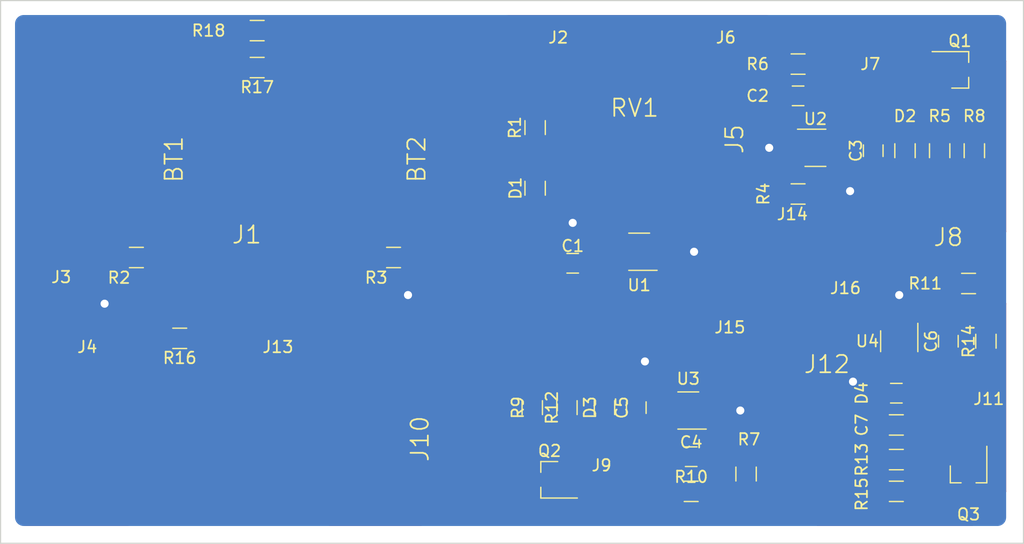
<source format=kicad_pcb>
(kicad_pcb (version 4) (host pcbnew 4.0.5)

  (general
    (links 85)
    (no_connects 0)
    (area 32.949999 26.875 121.550001 74.050001)
    (thickness 1.6)
    (drawings 9)
    (tracks 265)
    (zones 0)
    (modules 55)
    (nets 33)
  )

  (page A4)
  (title_block
    (title "Silver-Oxide Button Cells Benchmarking/Testing")
    (date 2017-03-30)
    (rev 2)
    (company "HotSwap Norden AB")
    (comment 1 "Short title: SR CELL B/T")
    (comment 2 "Designed by: khyo")
    (comment 3 "Reviewed by: rigu")
  )

  (layers
    (0 F.Cu signal hide)
    (31 B.Cu signal hide)
    (32 B.Adhes user hide)
    (33 F.Adhes user hide)
    (34 B.Paste user hide)
    (35 F.Paste user hide)
    (36 B.SilkS user hide)
    (37 F.SilkS user hide)
    (38 B.Mask user hide)
    (39 F.Mask user hide)
    (40 Dwgs.User user hide)
    (41 Cmts.User user hide)
    (42 Eco1.User user)
    (43 Eco2.User user hide)
    (44 Edge.Cuts user)
    (45 Margin user hide)
    (46 B.CrtYd user hide)
    (47 F.CrtYd user)
    (48 B.Fab user hide)
    (49 F.Fab user hide)
  )

  (setup
    (last_trace_width 0.4)
    (user_trace_width 0.2)
    (user_trace_width 0.3)
    (user_trace_width 0.4)
    (user_trace_width 0.5)
    (user_trace_width 0.6)
    (user_trace_width 0.7)
    (trace_clearance 0.2)
    (zone_clearance 0.5)
    (zone_45_only yes)
    (trace_min 0.2)
    (segment_width 0.2)
    (edge_width 0.1)
    (via_size 1.5)
    (via_drill 0.7)
    (via_min_size 0.8)
    (via_min_drill 0.4)
    (uvia_size 0.3)
    (uvia_drill 0.1)
    (uvias_allowed no)
    (uvia_min_size 0.2)
    (uvia_min_drill 0.1)
    (pcb_text_width 0.3)
    (pcb_text_size 1.5 1.5)
    (mod_edge_width 0.15)
    (mod_text_size 1 1)
    (mod_text_width 0.15)
    (pad_size 1.5 1.5)
    (pad_drill 0.6)
    (pad_to_mask_clearance 0)
    (aux_axis_origin 0 0)
    (visible_elements 7FFFDE79)
    (pcbplotparams
      (layerselection 0x01000_00000001)
      (usegerberextensions false)
      (excludeedgelayer true)
      (linewidth 0.100000)
      (plotframeref false)
      (viasonmask false)
      (mode 1)
      (useauxorigin false)
      (hpglpennumber 1)
      (hpglpenspeed 20)
      (hpglpendiameter 15)
      (hpglpenoverlay 2)
      (psnegative false)
      (psa4output false)
      (plotreference false)
      (plotvalue false)
      (plotinvisibletext false)
      (padsonsilk false)
      (subtractmaskfromsilk false)
      (outputformat 1)
      (mirror false)
      (drillshape 0)
      (scaleselection 1)
      (outputdirectory GERBERS/))
  )

  (net 0 "")
  (net 1 "Net-(BT1-Pad1)")
  (net 2 "Net-(BT1-Pad3)")
  (net 3 "Net-(BT2-Pad3)")
  (net 4 "Net-(C1-Pad1)")
  (net 5 GND)
  (net 6 "Net-(C2-Pad1)")
  (net 7 "Net-(C2-Pad2)")
  (net 8 "Net-(C3-Pad1)")
  (net 9 "Net-(C4-Pad1)")
  (net 10 "Net-(C4-Pad2)")
  (net 11 "Net-(C5-Pad1)")
  (net 12 "Net-(C6-Pad1)")
  (net 13 "Net-(C6-Pad2)")
  (net 14 "Net-(C7-Pad1)")
  (net 15 "Net-(D1-Pad2)")
  (net 16 "Net-(D2-Pad2)")
  (net 17 "Net-(D3-Pad2)")
  (net 18 "Net-(D4-Pad2)")
  (net 19 /BATT+)
  (net 20 "Net-(J5-Pad1)")
  (net 21 /VIN)
  (net 22 "Net-(J8-Pad2)")
  (net 23 "Net-(J10-Pad2)")
  (net 24 "Net-(J12-Pad2)")
  (net 25 "Net-(Q1-Pad1)")
  (net 26 "Net-(Q2-Pad1)")
  (net 27 "Net-(Q3-Pad1)")
  (net 28 "Net-(RV1-Pad2)")
  (net 29 "Net-(BT2-Pad1)")
  (net 30 "Net-(J14-Pad1)")
  (net 31 "Net-(J15-Pad1)")
  (net 32 "Net-(J16-Pad1)")

  (net_class Default "This is the default net class."
    (clearance 0.2)
    (trace_width 0.4)
    (via_dia 1.5)
    (via_drill 0.7)
    (uvia_dia 0.3)
    (uvia_drill 0.1)
    (add_net /BATT+)
    (add_net /VIN)
    (add_net GND)
    (add_net "Net-(BT1-Pad1)")
    (add_net "Net-(BT1-Pad3)")
    (add_net "Net-(BT2-Pad1)")
    (add_net "Net-(BT2-Pad3)")
    (add_net "Net-(C1-Pad1)")
    (add_net "Net-(C2-Pad1)")
    (add_net "Net-(C2-Pad2)")
    (add_net "Net-(C3-Pad1)")
    (add_net "Net-(C4-Pad1)")
    (add_net "Net-(C4-Pad2)")
    (add_net "Net-(C5-Pad1)")
    (add_net "Net-(C6-Pad1)")
    (add_net "Net-(C6-Pad2)")
    (add_net "Net-(C7-Pad1)")
    (add_net "Net-(D1-Pad2)")
    (add_net "Net-(D2-Pad2)")
    (add_net "Net-(D3-Pad2)")
    (add_net "Net-(D4-Pad2)")
    (add_net "Net-(J10-Pad2)")
    (add_net "Net-(J12-Pad2)")
    (add_net "Net-(J14-Pad1)")
    (add_net "Net-(J15-Pad1)")
    (add_net "Net-(J16-Pad1)")
    (add_net "Net-(J5-Pad1)")
    (add_net "Net-(J8-Pad2)")
    (add_net "Net-(Q1-Pad1)")
    (add_net "Net-(Q2-Pad1)")
    (add_net "Net-(Q3-Pad1)")
    (add_net "Net-(RV1-Pad2)")
  )

  (module Custom_Battery_Products:proto_sm_coin_cell_holder-2996-2993 (layer F.Cu) (tedit 58B5A76F) (tstamp 58B5624B)
    (at 44.5 38.5)
    (descr "Holder for 11.6 mm coin cell comprising Retainer (2996) and negative contact (2993)")
    (tags BATT)
    (path /58B083CF)
    (fp_text reference BT1 (at 3.5 2.25 90) (layer F.SilkS)
      (effects (font (size 1.5 1.5) (thickness 0.15)))
    )
    (fp_text value Cell1 (at -3.3 2.4 90) (layer F.Fab)
      (effects (font (size 1 1) (thickness 0.15)))
    )
    (fp_line (start 0 -7.95) (end 4.55 -7.94) (layer Eco1.User) (width 0.1))
    (fp_line (start 4.55 -7.94) (end 4.55 6.16) (layer Eco1.User) (width 0.1))
    (fp_line (start 4.55 6.16) (end 1.39 6.16) (layer Eco1.User) (width 0.1))
    (fp_line (start 1.39 6.16) (end 1.39 7.95) (layer Eco1.User) (width 0.1))
    (fp_line (start 1.39 7.95) (end -1.42 7.95) (layer Eco1.User) (width 0.1))
    (fp_line (start -1.42 7.95) (end -1.42 6.14) (layer Eco1.User) (width 0.1))
    (fp_line (start -1.42 6.14) (end -4.58 6.14) (layer Eco1.User) (width 0.1))
    (fp_line (start -4.58 6.14) (end -4.58 -7.97) (layer Eco1.User) (width 0.1))
    (fp_line (start -4.58 -7.97) (end 0.01 -7.94) (layer Eco1.User) (width 0.1))
    (fp_line (start 0.01 -7.94) (end 0 -7.94) (layer Eco1.User) (width 0.1))
    (fp_line (start 0.01 6.71) (end 3.55 6.71) (layer Eco1.User) (width 0.15))
    (fp_line (start 3.55 6.71) (end 6.6 3.79) (layer Eco1.User) (width 0.15))
    (fp_line (start 6.6 3.79) (end 6.6 1.6) (layer Eco1.User) (width 0.15))
    (fp_line (start 6.6 1.6) (end 8.9 1.6) (layer Eco1.User) (width 0.15))
    (fp_line (start 8.9 1.6) (end 8.9 -1.59) (layer Eco1.User) (width 0.15))
    (fp_line (start 8.9 -1.59) (end 6.6 -1.59) (layer Eco1.User) (width 0.15))
    (fp_line (start 6.6 -1.59) (end 6.6 -5.4) (layer Eco1.User) (width 0.15))
    (fp_line (start 6.6 -5.4) (end -6.61 -5.4) (layer Eco1.User) (width 0.15))
    (fp_line (start -6.61 -5.4) (end -6.61 -1.59) (layer Eco1.User) (width 0.15))
    (fp_line (start -6.61 -1.59) (end -8.91 -1.59) (layer Eco1.User) (width 0.15))
    (fp_line (start -8.91 -1.59) (end -8.91 1.6) (layer Eco1.User) (width 0.15))
    (fp_line (start -8.91 1.6) (end -6.61 1.6) (layer Eco1.User) (width 0.15))
    (fp_line (start -6.61 1.6) (end -6.61 3.79) (layer Eco1.User) (width 0.15))
    (fp_line (start -6.61 3.79) (end -3.56 6.71) (layer Eco1.User) (width 0.15))
    (fp_line (start -3.56 6.71) (end 0.01 6.71) (layer Eco1.User) (width 0.15))
    (pad 1 smd rect (at -8 0) (size 2.8 3.8) (layers F.Cu F.Paste F.Mask)
      (net 1 "Net-(BT1-Pad1)"))
    (pad 2 smd rect (at 8 0) (size 2.8 3.8) (layers F.Cu F.Paste F.Mask)
      (net 1 "Net-(BT1-Pad1)"))
    (pad 3 smd rect (at 0 0) (size 4 16.7) (layers F.Cu F.Paste F.Mask)
      (net 2 "Net-(BT1-Pad3)"))
  )

  (module Custom_Battery_Products:proto_sm_coin_cell_holder-2996-2993 (layer F.Cu) (tedit 58B5A783) (tstamp 58B5626B)
    (at 65.5 38.5)
    (descr "Holder for 11.6 mm coin cell comprising Retainer (2996) and negative contact (2993)")
    (tags BATT)
    (path /58B06C59)
    (fp_text reference BT2 (at 3.5 2.25 90) (layer F.SilkS)
      (effects (font (size 1.5 1.5) (thickness 0.15)))
    )
    (fp_text value Cell2 (at -3.3 2.4 90) (layer F.Fab)
      (effects (font (size 1 1) (thickness 0.15)))
    )
    (fp_line (start 0 -7.95) (end 4.55 -7.94) (layer Eco1.User) (width 0.1))
    (fp_line (start 4.55 -7.94) (end 4.55 6.16) (layer Eco1.User) (width 0.1))
    (fp_line (start 4.55 6.16) (end 1.39 6.16) (layer Eco1.User) (width 0.1))
    (fp_line (start 1.39 6.16) (end 1.39 7.95) (layer Eco1.User) (width 0.1))
    (fp_line (start 1.39 7.95) (end -1.42 7.95) (layer Eco1.User) (width 0.1))
    (fp_line (start -1.42 7.95) (end -1.42 6.14) (layer Eco1.User) (width 0.1))
    (fp_line (start -1.42 6.14) (end -4.58 6.14) (layer Eco1.User) (width 0.1))
    (fp_line (start -4.58 6.14) (end -4.58 -7.97) (layer Eco1.User) (width 0.1))
    (fp_line (start -4.58 -7.97) (end 0.01 -7.94) (layer Eco1.User) (width 0.1))
    (fp_line (start 0.01 -7.94) (end 0 -7.94) (layer Eco1.User) (width 0.1))
    (fp_line (start 0.01 6.71) (end 3.55 6.71) (layer Eco1.User) (width 0.15))
    (fp_line (start 3.55 6.71) (end 6.6 3.79) (layer Eco1.User) (width 0.15))
    (fp_line (start 6.6 3.79) (end 6.6 1.6) (layer Eco1.User) (width 0.15))
    (fp_line (start 6.6 1.6) (end 8.9 1.6) (layer Eco1.User) (width 0.15))
    (fp_line (start 8.9 1.6) (end 8.9 -1.59) (layer Eco1.User) (width 0.15))
    (fp_line (start 8.9 -1.59) (end 6.6 -1.59) (layer Eco1.User) (width 0.15))
    (fp_line (start 6.6 -1.59) (end 6.6 -5.4) (layer Eco1.User) (width 0.15))
    (fp_line (start 6.6 -5.4) (end -6.61 -5.4) (layer Eco1.User) (width 0.15))
    (fp_line (start -6.61 -5.4) (end -6.61 -1.59) (layer Eco1.User) (width 0.15))
    (fp_line (start -6.61 -1.59) (end -8.91 -1.59) (layer Eco1.User) (width 0.15))
    (fp_line (start -8.91 -1.59) (end -8.91 1.6) (layer Eco1.User) (width 0.15))
    (fp_line (start -8.91 1.6) (end -6.61 1.6) (layer Eco1.User) (width 0.15))
    (fp_line (start -6.61 1.6) (end -6.61 3.79) (layer Eco1.User) (width 0.15))
    (fp_line (start -6.61 3.79) (end -3.56 6.71) (layer Eco1.User) (width 0.15))
    (fp_line (start -3.56 6.71) (end 0.01 6.71) (layer Eco1.User) (width 0.15))
    (pad 1 smd rect (at -8 0) (size 2.8 3.8) (layers F.Cu F.Paste F.Mask)
      (net 29 "Net-(BT2-Pad1)"))
    (pad 2 smd rect (at 8 0) (size 2.8 3.8) (layers F.Cu F.Paste F.Mask)
      (net 29 "Net-(BT2-Pad1)"))
    (pad 3 smd rect (at 0 0) (size 4 16.7) (layers F.Cu F.Paste F.Mask)
      (net 3 "Net-(BT2-Pad3)"))
  )

  (module Capacitors_SMD:C_0805_HandSoldering (layer F.Cu) (tedit 58B5A7EF) (tstamp 58B5627C)
    (at 82.5 49.75 180)
    (descr "Capacitor SMD 0805, hand soldering")
    (tags "capacitor 0805")
    (path /58AED4BA)
    (attr smd)
    (fp_text reference C1 (at 0 1.5 180) (layer F.SilkS)
      (effects (font (size 1 1) (thickness 0.15)))
    )
    (fp_text value 0.1u (at 0 -1.75 180) (layer F.Fab)
      (effects (font (size 1 1) (thickness 0.15)))
    )
    (fp_text user %R (at 0 -1.75 180) (layer F.Fab)
      (effects (font (size 1 1) (thickness 0.15)))
    )
    (fp_line (start -1 0.62) (end -1 -0.62) (layer F.Fab) (width 0.1))
    (fp_line (start 1 0.62) (end -1 0.62) (layer F.Fab) (width 0.1))
    (fp_line (start 1 -0.62) (end 1 0.62) (layer F.Fab) (width 0.1))
    (fp_line (start -1 -0.62) (end 1 -0.62) (layer F.Fab) (width 0.1))
    (fp_line (start 0.5 -0.85) (end -0.5 -0.85) (layer F.SilkS) (width 0.12))
    (fp_line (start -0.5 0.85) (end 0.5 0.85) (layer F.SilkS) (width 0.12))
    (fp_line (start -2.25 -0.88) (end 2.25 -0.88) (layer F.CrtYd) (width 0.05))
    (fp_line (start -2.25 -0.88) (end -2.25 0.87) (layer F.CrtYd) (width 0.05))
    (fp_line (start 2.25 0.87) (end 2.25 -0.88) (layer F.CrtYd) (width 0.05))
    (fp_line (start 2.25 0.87) (end -2.25 0.87) (layer F.CrtYd) (width 0.05))
    (pad 1 smd rect (at -1.25 0 180) (size 1.5 1.25) (layers F.Cu F.Paste F.Mask)
      (net 4 "Net-(C1-Pad1)"))
    (pad 2 smd rect (at 1.25 0 180) (size 1.5 1.25) (layers F.Cu F.Paste F.Mask)
      (net 5 GND))
    (model Capacitors_SMD.3dshapes/C_0805.wrl
      (at (xyz 0 0 0))
      (scale (xyz 1 1 1))
      (rotate (xyz 0 0 0))
    )
  )

  (module Capacitors_SMD:C_0805_HandSoldering (layer F.Cu) (tedit 58B5AB19) (tstamp 58B5628D)
    (at 102 35.25 180)
    (descr "Capacitor SMD 0805, hand soldering")
    (tags "capacitor 0805")
    (path /58B1BC82)
    (attr smd)
    (fp_text reference C2 (at 3.5 0 180) (layer F.SilkS)
      (effects (font (size 1 1) (thickness 0.15)))
    )
    (fp_text value C (at -2.75 0 180) (layer F.Fab)
      (effects (font (size 1 1) (thickness 0.15)))
    )
    (fp_text user %R (at 0 -1.75 180) (layer F.Fab)
      (effects (font (size 1 1) (thickness 0.15)))
    )
    (fp_line (start -1 0.62) (end -1 -0.62) (layer F.Fab) (width 0.1))
    (fp_line (start 1 0.62) (end -1 0.62) (layer F.Fab) (width 0.1))
    (fp_line (start 1 -0.62) (end 1 0.62) (layer F.Fab) (width 0.1))
    (fp_line (start -1 -0.62) (end 1 -0.62) (layer F.Fab) (width 0.1))
    (fp_line (start 0.5 -0.85) (end -0.5 -0.85) (layer F.SilkS) (width 0.12))
    (fp_line (start -0.5 0.85) (end 0.5 0.85) (layer F.SilkS) (width 0.12))
    (fp_line (start -2.25 -0.88) (end 2.25 -0.88) (layer F.CrtYd) (width 0.05))
    (fp_line (start -2.25 -0.88) (end -2.25 0.87) (layer F.CrtYd) (width 0.05))
    (fp_line (start 2.25 0.87) (end 2.25 -0.88) (layer F.CrtYd) (width 0.05))
    (fp_line (start 2.25 0.87) (end -2.25 0.87) (layer F.CrtYd) (width 0.05))
    (pad 1 smd rect (at -1.25 0 180) (size 1.5 1.25) (layers F.Cu F.Paste F.Mask)
      (net 6 "Net-(C2-Pad1)"))
    (pad 2 smd rect (at 1.25 0 180) (size 1.5 1.25) (layers F.Cu F.Paste F.Mask)
      (net 7 "Net-(C2-Pad2)"))
    (model Capacitors_SMD.3dshapes/C_0805.wrl
      (at (xyz 0 0 0))
      (scale (xyz 1 1 1))
      (rotate (xyz 0 0 0))
    )
  )

  (module Capacitors_SMD:C_0805_HandSoldering (layer F.Cu) (tedit 58B5ABF9) (tstamp 58B5629E)
    (at 108.5 40 270)
    (descr "Capacitor SMD 0805, hand soldering")
    (tags "capacitor 0805")
    (path /58B0E284)
    (attr smd)
    (fp_text reference C3 (at 0 1.5 450) (layer F.SilkS)
      (effects (font (size 1 1) (thickness 0.15)))
    )
    (fp_text value 0.1u (at 2.75 0 360) (layer F.Fab)
      (effects (font (size 0.5 0.5) (thickness 0.1)))
    )
    (fp_text user %R (at 0 -1.75 270) (layer F.Fab)
      (effects (font (size 1 1) (thickness 0.15)))
    )
    (fp_line (start -1 0.62) (end -1 -0.62) (layer F.Fab) (width 0.1))
    (fp_line (start 1 0.62) (end -1 0.62) (layer F.Fab) (width 0.1))
    (fp_line (start 1 -0.62) (end 1 0.62) (layer F.Fab) (width 0.1))
    (fp_line (start -1 -0.62) (end 1 -0.62) (layer F.Fab) (width 0.1))
    (fp_line (start 0.5 -0.85) (end -0.5 -0.85) (layer F.SilkS) (width 0.12))
    (fp_line (start -0.5 0.85) (end 0.5 0.85) (layer F.SilkS) (width 0.12))
    (fp_line (start -2.25 -0.88) (end 2.25 -0.88) (layer F.CrtYd) (width 0.05))
    (fp_line (start -2.25 -0.88) (end -2.25 0.87) (layer F.CrtYd) (width 0.05))
    (fp_line (start 2.25 0.87) (end 2.25 -0.88) (layer F.CrtYd) (width 0.05))
    (fp_line (start 2.25 0.87) (end -2.25 0.87) (layer F.CrtYd) (width 0.05))
    (pad 1 smd rect (at -1.25 0 270) (size 1.5 1.25) (layers F.Cu F.Paste F.Mask)
      (net 8 "Net-(C3-Pad1)"))
    (pad 2 smd rect (at 1.25 0 270) (size 1.5 1.25) (layers F.Cu F.Paste F.Mask)
      (net 5 GND))
    (model Capacitors_SMD.3dshapes/C_0805.wrl
      (at (xyz 0 0 0))
      (scale (xyz 1 1 1))
      (rotate (xyz 0 0 0))
    )
  )

  (module Capacitors_SMD:C_0805_HandSoldering (layer F.Cu) (tedit 58B5A8E8) (tstamp 58B562AF)
    (at 92.75 66.5)
    (descr "Capacitor SMD 0805, hand soldering")
    (tags "capacitor 0805")
    (path /58B6A248)
    (attr smd)
    (fp_text reference C4 (at 0 -1.25) (layer F.SilkS)
      (effects (font (size 1 1) (thickness 0.15)))
    )
    (fp_text value C (at 2.75 0) (layer F.Fab)
      (effects (font (size 1 1) (thickness 0.15)))
    )
    (fp_text user %R (at 0 -1.75) (layer F.Fab)
      (effects (font (size 1 1) (thickness 0.15)))
    )
    (fp_line (start -1 0.62) (end -1 -0.62) (layer F.Fab) (width 0.1))
    (fp_line (start 1 0.62) (end -1 0.62) (layer F.Fab) (width 0.1))
    (fp_line (start 1 -0.62) (end 1 0.62) (layer F.Fab) (width 0.1))
    (fp_line (start -1 -0.62) (end 1 -0.62) (layer F.Fab) (width 0.1))
    (fp_line (start 0.5 -0.85) (end -0.5 -0.85) (layer F.SilkS) (width 0.12))
    (fp_line (start -0.5 0.85) (end 0.5 0.85) (layer F.SilkS) (width 0.12))
    (fp_line (start -2.25 -0.88) (end 2.25 -0.88) (layer F.CrtYd) (width 0.05))
    (fp_line (start -2.25 -0.88) (end -2.25 0.87) (layer F.CrtYd) (width 0.05))
    (fp_line (start 2.25 0.87) (end 2.25 -0.88) (layer F.CrtYd) (width 0.05))
    (fp_line (start 2.25 0.87) (end -2.25 0.87) (layer F.CrtYd) (width 0.05))
    (pad 1 smd rect (at -1.25 0) (size 1.5 1.25) (layers F.Cu F.Paste F.Mask)
      (net 9 "Net-(C4-Pad1)"))
    (pad 2 smd rect (at 1.25 0) (size 1.5 1.25) (layers F.Cu F.Paste F.Mask)
      (net 10 "Net-(C4-Pad2)"))
    (model Capacitors_SMD.3dshapes/C_0805.wrl
      (at (xyz 0 0 0))
      (scale (xyz 1 1 1))
      (rotate (xyz 0 0 0))
    )
  )

  (module Capacitors_SMD:C_0805_HandSoldering (layer F.Cu) (tedit 58B5A87E) (tstamp 58B562C0)
    (at 88 62.25 90)
    (descr "Capacitor SMD 0805, hand soldering")
    (tags "capacitor 0805")
    (path /58B6A21A)
    (attr smd)
    (fp_text reference C5 (at 0 -1.25 90) (layer F.SilkS)
      (effects (font (size 1 1) (thickness 0.15)))
    )
    (fp_text value 0.1u (at 4 0 90) (layer F.Fab)
      (effects (font (size 1 1) (thickness 0.15)))
    )
    (fp_text user %R (at 0 -1.75 90) (layer F.Fab)
      (effects (font (size 1 1) (thickness 0.15)))
    )
    (fp_line (start -1 0.62) (end -1 -0.62) (layer F.Fab) (width 0.1))
    (fp_line (start 1 0.62) (end -1 0.62) (layer F.Fab) (width 0.1))
    (fp_line (start 1 -0.62) (end 1 0.62) (layer F.Fab) (width 0.1))
    (fp_line (start -1 -0.62) (end 1 -0.62) (layer F.Fab) (width 0.1))
    (fp_line (start 0.5 -0.85) (end -0.5 -0.85) (layer F.SilkS) (width 0.12))
    (fp_line (start -0.5 0.85) (end 0.5 0.85) (layer F.SilkS) (width 0.12))
    (fp_line (start -2.25 -0.88) (end 2.25 -0.88) (layer F.CrtYd) (width 0.05))
    (fp_line (start -2.25 -0.88) (end -2.25 0.87) (layer F.CrtYd) (width 0.05))
    (fp_line (start 2.25 0.87) (end 2.25 -0.88) (layer F.CrtYd) (width 0.05))
    (fp_line (start 2.25 0.87) (end -2.25 0.87) (layer F.CrtYd) (width 0.05))
    (pad 1 smd rect (at -1.25 0 90) (size 1.5 1.25) (layers F.Cu F.Paste F.Mask)
      (net 11 "Net-(C5-Pad1)"))
    (pad 2 smd rect (at 1.25 0 90) (size 1.5 1.25) (layers F.Cu F.Paste F.Mask)
      (net 5 GND))
    (model Capacitors_SMD.3dshapes/C_0805.wrl
      (at (xyz 0 0 0))
      (scale (xyz 1 1 1))
      (rotate (xyz 0 0 0))
    )
  )

  (module Capacitors_SMD:C_0805_HandSoldering (layer F.Cu) (tedit 58B5AABF) (tstamp 58B562D1)
    (at 115 56.5 90)
    (descr "Capacitor SMD 0805, hand soldering")
    (tags "capacitor 0805")
    (path /58B645AD)
    (attr smd)
    (fp_text reference C6 (at 0 -1.5 90) (layer F.SilkS)
      (effects (font (size 1 1) (thickness 0.15)))
    )
    (fp_text value C (at 2.75 0 90) (layer F.Fab)
      (effects (font (size 1 1) (thickness 0.15)))
    )
    (fp_text user %R (at 0 -1.75 90) (layer F.Fab)
      (effects (font (size 1 1) (thickness 0.15)))
    )
    (fp_line (start -1 0.62) (end -1 -0.62) (layer F.Fab) (width 0.1))
    (fp_line (start 1 0.62) (end -1 0.62) (layer F.Fab) (width 0.1))
    (fp_line (start 1 -0.62) (end 1 0.62) (layer F.Fab) (width 0.1))
    (fp_line (start -1 -0.62) (end 1 -0.62) (layer F.Fab) (width 0.1))
    (fp_line (start 0.5 -0.85) (end -0.5 -0.85) (layer F.SilkS) (width 0.12))
    (fp_line (start -0.5 0.85) (end 0.5 0.85) (layer F.SilkS) (width 0.12))
    (fp_line (start -2.25 -0.88) (end 2.25 -0.88) (layer F.CrtYd) (width 0.05))
    (fp_line (start -2.25 -0.88) (end -2.25 0.87) (layer F.CrtYd) (width 0.05))
    (fp_line (start 2.25 0.87) (end 2.25 -0.88) (layer F.CrtYd) (width 0.05))
    (fp_line (start 2.25 0.87) (end -2.25 0.87) (layer F.CrtYd) (width 0.05))
    (pad 1 smd rect (at -1.25 0 90) (size 1.5 1.25) (layers F.Cu F.Paste F.Mask)
      (net 12 "Net-(C6-Pad1)"))
    (pad 2 smd rect (at 1.25 0 90) (size 1.5 1.25) (layers F.Cu F.Paste F.Mask)
      (net 13 "Net-(C6-Pad2)"))
    (model Capacitors_SMD.3dshapes/C_0805.wrl
      (at (xyz 0 0 0))
      (scale (xyz 1 1 1))
      (rotate (xyz 0 0 0))
    )
  )

  (module Capacitors_SMD:C_0805_HandSoldering (layer F.Cu) (tedit 58B5AA09) (tstamp 58B562E2)
    (at 110.5 61 180)
    (descr "Capacitor SMD 0805, hand soldering")
    (tags "capacitor 0805")
    (path /58B6457F)
    (attr smd)
    (fp_text reference C7 (at 3 -2.75 270) (layer F.SilkS)
      (effects (font (size 1 1) (thickness 0.15)))
    )
    (fp_text value 0.1u (at -2.75 0 270) (layer F.Fab)
      (effects (font (size 0.5 0.5) (thickness 0.1)))
    )
    (fp_text user %R (at 0 -1.75 180) (layer F.Fab)
      (effects (font (size 1 1) (thickness 0.15)))
    )
    (fp_line (start -1 0.62) (end -1 -0.62) (layer F.Fab) (width 0.1))
    (fp_line (start 1 0.62) (end -1 0.62) (layer F.Fab) (width 0.1))
    (fp_line (start 1 -0.62) (end 1 0.62) (layer F.Fab) (width 0.1))
    (fp_line (start -1 -0.62) (end 1 -0.62) (layer F.Fab) (width 0.1))
    (fp_line (start 0.5 -0.85) (end -0.5 -0.85) (layer F.SilkS) (width 0.12))
    (fp_line (start -0.5 0.85) (end 0.5 0.85) (layer F.SilkS) (width 0.12))
    (fp_line (start -2.25 -0.88) (end 2.25 -0.88) (layer F.CrtYd) (width 0.05))
    (fp_line (start -2.25 -0.88) (end -2.25 0.87) (layer F.CrtYd) (width 0.05))
    (fp_line (start 2.25 0.87) (end 2.25 -0.88) (layer F.CrtYd) (width 0.05))
    (fp_line (start 2.25 0.87) (end -2.25 0.87) (layer F.CrtYd) (width 0.05))
    (pad 1 smd rect (at -1.25 0 180) (size 1.5 1.25) (layers F.Cu F.Paste F.Mask)
      (net 14 "Net-(C7-Pad1)"))
    (pad 2 smd rect (at 1.25 0 180) (size 1.5 1.25) (layers F.Cu F.Paste F.Mask)
      (net 5 GND))
    (model Capacitors_SMD.3dshapes/C_0805.wrl
      (at (xyz 0 0 0))
      (scale (xyz 1 1 1))
      (rotate (xyz 0 0 0))
    )
  )

  (module Custom_Connectors_SMD:proto_smd_header-1x2-2.54mm-G_C__SABN_M30 (layer F.Cu) (tedit 58DD1C96) (tstamp 58B56340)
    (at 55.5 51 270)
    (descr "1x2 pin SMD header, G_C_ _SABN-M30, Male, Unshrouded, Pitch = 2.54 mm, Pad WxH = 1.4x6.4mm")
    (tags CONN)
    (path /58AFE088)
    (fp_text reference J1 (at -3.72 1.2 360) (layer F.SilkS)
      (effects (font (size 1.5 1.5) (thickness 0.15)))
    )
    (fp_text value "Current Measurement" (at 3.6 -3.7 360) (layer F.Fab)
      (effects (font (size 1 1) (thickness 0.15)))
    )
    (fp_line (start -2.54 -4.06) (end 2.54 -4.06) (layer Eco1.User) (width 0.15))
    (fp_line (start 2.54 -4.06) (end 2.54 4.07) (layer Eco1.User) (width 0.15))
    (fp_line (start 2.54 4.07) (end -2.54 4.07) (layer Eco1.User) (width 0.15))
    (fp_line (start -2.54 4.07) (end -2.54 -4.06) (layer Eco1.User) (width 0.15))
    (pad 1 smd rect (at -1.27 -2.56 270) (size 1.4 6.4) (layers F.Cu F.Paste F.Mask Eco1.User)
      (net 1 "Net-(BT1-Pad1)"))
    (pad 2 smd rect (at 1.27 2.56 270) (size 1.4 6.4) (layers F.Cu F.Paste F.Mask Eco1.User)
      (net 19 /BATT+))
  )

  (module Custom_Connectors_SMD:proto_smd_pad-sq.-3mm (layer F.Cu) (tedit 58B01219) (tstamp 58B56345)
    (at 80.75 32.5)
    (descr "3 mm square SMD Pad e.g. for soldering wires ")
    (tags CONN)
    (path /58B05E41)
    (fp_text reference J2 (at 0.5 -2.3) (layer F.SilkS)
      (effects (font (size 1 1) (thickness 0.15)))
    )
    (fp_text value EN_POT (at 0.1 2.1) (layer F.Fab)
      (effects (font (size 0.5 0.5) (thickness 0.1)))
    )
    (pad 1 smd rect (at 0 0) (size 3 3) (layers F.Cu F.Paste F.Mask)
      (net 4 "Net-(C1-Pad1)"))
  )

  (module Custom_Connectors_SMD:proto_smd_pad-sq.-3mm (layer F.Cu) (tedit 58B5A615) (tstamp 58B5634A)
    (at 37.75 53.25)
    (descr "3 mm square SMD Pad e.g. for soldering wires ")
    (tags CONN)
    (path /58AED56E)
    (fp_text reference J3 (at 0.5 -2.3) (layer F.SilkS)
      (effects (font (size 1 1) (thickness 0.15)))
    )
    (fp_text value GND (at 0.1 2.1) (layer F.Fab) hide
      (effects (font (size 0.5 0.5) (thickness 0.1)))
    )
    (pad 1 smd rect (at 0 0) (size 3 3) (layers F.Cu F.Paste F.Mask)
      (net 5 GND))
  )

  (module Custom_Connectors_SMD:proto_smd_pad-sq.-3mm (layer F.Cu) (tedit 58B5A625) (tstamp 58B5634F)
    (at 37.75 57.25)
    (descr "3 mm square SMD Pad e.g. for soldering wires ")
    (tags CONN)
    (path /58B44F9C)
    (fp_text reference J4 (at 2.75 -0.25) (layer F.SilkS)
      (effects (font (size 1 1) (thickness 0.15)))
    )
    (fp_text value GND (at 0.1 2.1) (layer F.Fab) hide
      (effects (font (size 0.5 0.5) (thickness 0.1)))
    )
    (pad 1 smd rect (at 0 0) (size 3 3) (layers F.Cu F.Paste F.Mask)
      (net 5 GND))
  )

  (module Custom_Connectors_SMD:proto_smd_header-1x2-2.54mm-G_C__SABN_M30 (layer F.Cu) (tedit 58B5A81D) (tstamp 58B56359)
    (at 95.5 41.5 180)
    (descr "1x2 pin SMD header, G_C_ _SABN-M30, Male, Unshrouded, Pitch = 2.54 mm, Pad WxH = 1.4x6.4mm")
    (tags CONN)
    (path /58B73795)
    (fp_text reference J5 (at -1 2.5 270) (layer F.SilkS)
      (effects (font (size 1.5 1.5) (thickness 0.15)))
    )
    (fp_text value Jumper (at -3.25 -0.25 270) (layer F.Fab) hide
      (effects (font (size 1 1) (thickness 0.15)))
    )
    (fp_line (start -2.54 -4.06) (end 2.54 -4.06) (layer Eco1.User) (width 0.15))
    (fp_line (start 2.54 -4.06) (end 2.54 4.07) (layer Eco1.User) (width 0.15))
    (fp_line (start 2.54 4.07) (end -2.54 4.07) (layer Eco1.User) (width 0.15))
    (fp_line (start -2.54 4.07) (end -2.54 -4.06) (layer Eco1.User) (width 0.15))
    (pad 1 smd rect (at -1.27 -2.56 180) (size 1.4 6.4) (layers F.Cu F.Paste F.Mask Eco1.User)
      (net 20 "Net-(J5-Pad1)"))
    (pad 2 smd rect (at 1.27 2.56 180) (size 1.4 6.4) (layers F.Cu F.Paste F.Mask Eco1.User)
      (net 21 /VIN))
  )

  (module Custom_Connectors_SMD:proto_smd_pad-sq.-3mm (layer F.Cu) (tedit 58B01219) (tstamp 58B5635E)
    (at 95.25 32.5)
    (descr "3 mm square SMD Pad e.g. for soldering wires ")
    (tags CONN)
    (path /58B09681)
    (fp_text reference J6 (at 0.5 -2.3) (layer F.SilkS)
      (effects (font (size 1 1) (thickness 0.15)))
    )
    (fp_text value VIN (at 0.1 2.1) (layer F.Fab)
      (effects (font (size 0.5 0.5) (thickness 0.1)))
    )
    (pad 1 smd rect (at 0 0) (size 3 3) (layers F.Cu F.Paste F.Mask)
      (net 21 /VIN))
  )

  (module Custom_Connectors_SMD:proto_smd_pad-sq.-3mm (layer F.Cu) (tedit 58B5AC29) (tstamp 58B56363)
    (at 109.25 34.75)
    (descr "3 mm square SMD Pad e.g. for soldering wires ")
    (tags CONN)
    (path /58B122ED)
    (fp_text reference J7 (at -1 -2.25) (layer F.SilkS)
      (effects (font (size 1 1) (thickness 0.15)))
    )
    (fp_text value EN_HIGH_CURR (at 2.25 -1.75 270) (layer F.Fab)
      (effects (font (size 0.5 0.5) (thickness 0.1)))
    )
    (pad 1 smd rect (at 0 0) (size 3 3) (layers F.Cu F.Paste F.Mask)
      (net 8 "Net-(C3-Pad1)"))
  )

  (module Custom_Connectors_SMD:proto_smd_header-1x2-2.54mm-G_C__SABN_M30 (layer F.Cu) (tedit 58B5AAEF) (tstamp 58B5636D)
    (at 112.5 46.5 90)
    (descr "1x2 pin SMD header, G_C_ _SABN-M30, Male, Unshrouded, Pitch = 2.54 mm, Pad WxH = 1.4x6.4mm")
    (tags CONN)
    (path /58B08239)
    (fp_text reference J8 (at -1 2.5 180) (layer F.SilkS)
      (effects (font (size 1.5 1.5) (thickness 0.15)))
    )
    (fp_text value Jumper (at 3.55 1.03 180) (layer F.Fab) hide
      (effects (font (size 1 1) (thickness 0.15)))
    )
    (fp_line (start -2.54 -4.06) (end 2.54 -4.06) (layer Eco1.User) (width 0.15))
    (fp_line (start 2.54 -4.06) (end 2.54 4.07) (layer Eco1.User) (width 0.15))
    (fp_line (start 2.54 4.07) (end -2.54 4.07) (layer Eco1.User) (width 0.15))
    (fp_line (start -2.54 4.07) (end -2.54 -4.06) (layer Eco1.User) (width 0.15))
    (pad 1 smd rect (at -1.27 -2.56 90) (size 1.4 6.4) (layers F.Cu F.Paste F.Mask Eco1.User)
      (net 19 /BATT+))
    (pad 2 smd rect (at 1.27 2.56 90) (size 1.4 6.4) (layers F.Cu F.Paste F.Mask Eco1.User)
      (net 22 "Net-(J8-Pad2)"))
  )

  (module Custom_Connectors_SMD:proto_smd_pad-sq.-3mm (layer F.Cu) (tedit 58B5A886) (tstamp 58B56372)
    (at 87.5 67.25)
    (descr "3 mm square SMD Pad e.g. for soldering wires ")
    (tags CONN)
    (path /58B6A226)
    (fp_text reference J9 (at -2.5 0) (layer F.SilkS)
      (effects (font (size 1 1) (thickness 0.15)))
    )
    (fp_text value EN_LOW_CURR (at 0.1 2.1) (layer F.Fab)
      (effects (font (size 0.5 0.5) (thickness 0.1)))
    )
    (pad 1 smd rect (at 0 0) (size 3 3) (layers F.Cu F.Paste F.Mask)
      (net 11 "Net-(C5-Pad1)"))
  )

  (module Custom_Connectors_SMD:proto_smd_header-1x2-2.54mm-G_C__SABN_M30 (layer F.Cu) (tedit 58B5A836) (tstamp 58B5637C)
    (at 73 63.75)
    (descr "1x2 pin SMD header, G_C_ _SABN-M30, Male, Unshrouded, Pitch = 2.54 mm, Pad WxH = 1.4x6.4mm")
    (tags CONN)
    (path /58B6A208)
    (fp_text reference J10 (at -3.72 1.2 90) (layer F.SilkS)
      (effects (font (size 1.5 1.5) (thickness 0.15)))
    )
    (fp_text value Jumper (at 3.55 1.03 90) (layer F.Fab) hide
      (effects (font (size 1 1) (thickness 0.15)))
    )
    (fp_line (start -2.54 -4.06) (end 2.54 -4.06) (layer Eco1.User) (width 0.15))
    (fp_line (start 2.54 -4.06) (end 2.54 4.07) (layer Eco1.User) (width 0.15))
    (fp_line (start 2.54 4.07) (end -2.54 4.07) (layer Eco1.User) (width 0.15))
    (fp_line (start -2.54 4.07) (end -2.54 -4.06) (layer Eco1.User) (width 0.15))
    (pad 1 smd rect (at -1.27 -2.56) (size 1.4 6.4) (layers F.Cu F.Paste F.Mask Eco1.User)
      (net 19 /BATT+))
    (pad 2 smd rect (at 1.27 2.56) (size 1.4 6.4) (layers F.Cu F.Paste F.Mask Eco1.User)
      (net 23 "Net-(J10-Pad2)"))
  )

  (module Custom_Connectors_SMD:proto_smd_pad-sq.-3mm (layer F.Cu) (tedit 58B5AA92) (tstamp 58B56381)
    (at 115.75 61.75)
    (descr "3 mm square SMD Pad e.g. for soldering wires ")
    (tags CONN)
    (path /58B6458B)
    (fp_text reference J11 (at 2.75 -0.25) (layer F.SilkS)
      (effects (font (size 1 1) (thickness 0.15)))
    )
    (fp_text value EN_MED_CURR (at 1 2.25) (layer F.Fab)
      (effects (font (size 0.5 0.5) (thickness 0.1)))
    )
    (pad 1 smd rect (at 0 0) (size 3 3) (layers F.Cu F.Paste F.Mask)
      (net 14 "Net-(C7-Pad1)"))
  )

  (module Custom_Connectors_SMD:proto_smd_header-1x2-2.54mm-G_C__SABN_M30 (layer F.Cu) (tedit 58B5A91F) (tstamp 58B5638B)
    (at 102.75 63.75)
    (descr "1x2 pin SMD header, G_C_ _SABN-M30, Male, Unshrouded, Pitch = 2.54 mm, Pad WxH = 1.4x6.4mm")
    (tags CONN)
    (path /58B6456D)
    (fp_text reference J12 (at 1.75 -5.25 180) (layer F.SilkS)
      (effects (font (size 1.5 1.5) (thickness 0.15)))
    )
    (fp_text value Jumper (at 3.55 1.03 90) (layer F.Fab) hide
      (effects (font (size 1 1) (thickness 0.15)))
    )
    (fp_line (start -2.54 -4.06) (end 2.54 -4.06) (layer Eco1.User) (width 0.15))
    (fp_line (start 2.54 -4.06) (end 2.54 4.07) (layer Eco1.User) (width 0.15))
    (fp_line (start 2.54 4.07) (end -2.54 4.07) (layer Eco1.User) (width 0.15))
    (fp_line (start -2.54 4.07) (end -2.54 -4.06) (layer Eco1.User) (width 0.15))
    (pad 1 smd rect (at -1.27 -2.56) (size 1.4 6.4) (layers F.Cu F.Paste F.Mask Eco1.User)
      (net 19 /BATT+))
    (pad 2 smd rect (at 1.27 2.56) (size 1.4 6.4) (layers F.Cu F.Paste F.Mask Eco1.User)
      (net 24 "Net-(J12-Pad2)"))
  )

  (module TO_SOT_Packages_SMD:SOT-23_Handsoldering (layer F.Cu) (tedit 58B5AB7C) (tstamp 58B5639F)
    (at 116 33)
    (descr "SOT-23, Handsoldering")
    (tags SOT-23)
    (path /58AED2C8)
    (attr smd)
    (fp_text reference Q1 (at 0 -2.5) (layer F.SilkS)
      (effects (font (size 1 1) (thickness 0.15)))
    )
    (fp_text value BSH103 (at 0 2.5) (layer F.Fab)
      (effects (font (size 0.5 0.5) (thickness 0.1)))
    )
    (fp_line (start 0.76 1.58) (end 0.76 0.65) (layer F.SilkS) (width 0.12))
    (fp_line (start 0.76 -1.58) (end 0.76 -0.65) (layer F.SilkS) (width 0.12))
    (fp_line (start -2.7 -1.75) (end 2.7 -1.75) (layer F.CrtYd) (width 0.05))
    (fp_line (start 2.7 -1.75) (end 2.7 1.75) (layer F.CrtYd) (width 0.05))
    (fp_line (start 2.7 1.75) (end -2.7 1.75) (layer F.CrtYd) (width 0.05))
    (fp_line (start -2.7 1.75) (end -2.7 -1.75) (layer F.CrtYd) (width 0.05))
    (fp_line (start 0.76 -1.58) (end -2.4 -1.58) (layer F.SilkS) (width 0.12))
    (fp_line (start -0.7 -0.95) (end -0.7 1.5) (layer F.Fab) (width 0.1))
    (fp_line (start -0.15 -1.52) (end 0.7 -1.52) (layer F.Fab) (width 0.1))
    (fp_line (start -0.7 -0.95) (end -0.15 -1.52) (layer F.Fab) (width 0.1))
    (fp_line (start 0.7 -1.52) (end 0.7 1.52) (layer F.Fab) (width 0.1))
    (fp_line (start -0.7 1.52) (end 0.7 1.52) (layer F.Fab) (width 0.1))
    (fp_line (start 0.76 1.58) (end -0.7 1.58) (layer F.SilkS) (width 0.12))
    (pad 1 smd rect (at -1.5 -0.95) (size 1.9 0.8) (layers F.Cu F.Paste F.Mask)
      (net 25 "Net-(Q1-Pad1)"))
    (pad 2 smd rect (at -1.5 0.95) (size 1.9 0.8) (layers F.Cu F.Paste F.Mask)
      (net 6 "Net-(C2-Pad1)"))
    (pad 3 smd rect (at 1.5 0) (size 1.9 0.8) (layers F.Cu F.Paste F.Mask)
      (net 22 "Net-(J8-Pad2)"))
    (model TO_SOT_Packages_SMD.3dshapes\SOT-23_Handsoldering.wrl
      (at (xyz 0 0 0))
      (scale (xyz 1 1 1))
      (rotate (xyz 0 0 90))
    )
  )

  (module TO_SOT_Packages_SMD:SOT-23_Handsoldering (layer F.Cu) (tedit 58B5A893) (tstamp 58B563B3)
    (at 80.5 68.5 180)
    (descr "SOT-23, Handsoldering")
    (tags SOT-23)
    (path /58B6A202)
    (attr smd)
    (fp_text reference Q2 (at 0 2.5 180) (layer F.SilkS)
      (effects (font (size 1 1) (thickness 0.15)))
    )
    (fp_text value BSH103 (at 0 -2.5 180) (layer F.Fab)
      (effects (font (size 1 1) (thickness 0.15)))
    )
    (fp_line (start 0.76 1.58) (end 0.76 0.65) (layer F.SilkS) (width 0.12))
    (fp_line (start 0.76 -1.58) (end 0.76 -0.65) (layer F.SilkS) (width 0.12))
    (fp_line (start -2.7 -1.75) (end 2.7 -1.75) (layer F.CrtYd) (width 0.05))
    (fp_line (start 2.7 -1.75) (end 2.7 1.75) (layer F.CrtYd) (width 0.05))
    (fp_line (start 2.7 1.75) (end -2.7 1.75) (layer F.CrtYd) (width 0.05))
    (fp_line (start -2.7 1.75) (end -2.7 -1.75) (layer F.CrtYd) (width 0.05))
    (fp_line (start 0.76 -1.58) (end -2.4 -1.58) (layer F.SilkS) (width 0.12))
    (fp_line (start -0.7 -0.95) (end -0.7 1.5) (layer F.Fab) (width 0.1))
    (fp_line (start -0.15 -1.52) (end 0.7 -1.52) (layer F.Fab) (width 0.1))
    (fp_line (start -0.7 -0.95) (end -0.15 -1.52) (layer F.Fab) (width 0.1))
    (fp_line (start 0.7 -1.52) (end 0.7 1.52) (layer F.Fab) (width 0.1))
    (fp_line (start -0.7 1.52) (end 0.7 1.52) (layer F.Fab) (width 0.1))
    (fp_line (start 0.76 1.58) (end -0.7 1.58) (layer F.SilkS) (width 0.12))
    (pad 1 smd rect (at -1.5 -0.95 180) (size 1.9 0.8) (layers F.Cu F.Paste F.Mask)
      (net 26 "Net-(Q2-Pad1)"))
    (pad 2 smd rect (at -1.5 0.95 180) (size 1.9 0.8) (layers F.Cu F.Paste F.Mask)
      (net 9 "Net-(C4-Pad1)"))
    (pad 3 smd rect (at 1.5 0 180) (size 1.9 0.8) (layers F.Cu F.Paste F.Mask)
      (net 23 "Net-(J10-Pad2)"))
    (model TO_SOT_Packages_SMD.3dshapes\SOT-23_Handsoldering.wrl
      (at (xyz 0 0 0))
      (scale (xyz 1 1 1))
      (rotate (xyz 0 0 90))
    )
  )

  (module TO_SOT_Packages_SMD:SOT-23_Handsoldering (layer F.Cu) (tedit 58B5AA8A) (tstamp 58B563C7)
    (at 116.75 68 270)
    (descr "SOT-23, Handsoldering")
    (tags SOT-23)
    (path /58B64567)
    (attr smd)
    (fp_text reference Q3 (at 3.5 0 360) (layer F.SilkS)
      (effects (font (size 1 1) (thickness 0.15)))
    )
    (fp_text value BSH103 (at 0 -2.25 270) (layer F.Fab)
      (effects (font (size 0.5 0.5) (thickness 0.1)))
    )
    (fp_line (start 0.76 1.58) (end 0.76 0.65) (layer F.SilkS) (width 0.12))
    (fp_line (start 0.76 -1.58) (end 0.76 -0.65) (layer F.SilkS) (width 0.12))
    (fp_line (start -2.7 -1.75) (end 2.7 -1.75) (layer F.CrtYd) (width 0.05))
    (fp_line (start 2.7 -1.75) (end 2.7 1.75) (layer F.CrtYd) (width 0.05))
    (fp_line (start 2.7 1.75) (end -2.7 1.75) (layer F.CrtYd) (width 0.05))
    (fp_line (start -2.7 1.75) (end -2.7 -1.75) (layer F.CrtYd) (width 0.05))
    (fp_line (start 0.76 -1.58) (end -2.4 -1.58) (layer F.SilkS) (width 0.12))
    (fp_line (start -0.7 -0.95) (end -0.7 1.5) (layer F.Fab) (width 0.1))
    (fp_line (start -0.15 -1.52) (end 0.7 -1.52) (layer F.Fab) (width 0.1))
    (fp_line (start -0.7 -0.95) (end -0.15 -1.52) (layer F.Fab) (width 0.1))
    (fp_line (start 0.7 -1.52) (end 0.7 1.52) (layer F.Fab) (width 0.1))
    (fp_line (start -0.7 1.52) (end 0.7 1.52) (layer F.Fab) (width 0.1))
    (fp_line (start 0.76 1.58) (end -0.7 1.58) (layer F.SilkS) (width 0.12))
    (pad 1 smd rect (at -1.5 -0.95 270) (size 1.9 0.8) (layers F.Cu F.Paste F.Mask)
      (net 27 "Net-(Q3-Pad1)"))
    (pad 2 smd rect (at -1.5 0.95 270) (size 1.9 0.8) (layers F.Cu F.Paste F.Mask)
      (net 12 "Net-(C6-Pad1)"))
    (pad 3 smd rect (at 1.5 0 270) (size 1.9 0.8) (layers F.Cu F.Paste F.Mask)
      (net 24 "Net-(J12-Pad2)"))
    (model TO_SOT_Packages_SMD.3dshapes\SOT-23_Handsoldering.wrl
      (at (xyz 0 0 0))
      (scale (xyz 1 1 1))
      (rotate (xyz 0 0 90))
    )
  )

  (module Resistors_SMD:R_0805_HandSoldering (layer F.Cu) (tedit 58B5A7E3) (tstamp 58B563D8)
    (at 79.25 38 270)
    (descr "Resistor SMD 0805, hand soldering")
    (tags "resistor 0805")
    (path /58B0B0AA)
    (attr smd)
    (fp_text reference R1 (at 0 1.75 270) (layer F.SilkS)
      (effects (font (size 1 1) (thickness 0.15)))
    )
    (fp_text value 680 (at 0.25 -1.75 270) (layer F.Fab)
      (effects (font (size 1 1) (thickness 0.15)))
    )
    (fp_text user %R (at 0 -1.7 270) (layer F.Fab)
      (effects (font (size 1 1) (thickness 0.15)))
    )
    (fp_line (start -1 0.62) (end -1 -0.62) (layer F.Fab) (width 0.1))
    (fp_line (start 1 0.62) (end -1 0.62) (layer F.Fab) (width 0.1))
    (fp_line (start 1 -0.62) (end 1 0.62) (layer F.Fab) (width 0.1))
    (fp_line (start -1 -0.62) (end 1 -0.62) (layer F.Fab) (width 0.1))
    (fp_line (start 0.6 0.88) (end -0.6 0.88) (layer F.SilkS) (width 0.12))
    (fp_line (start -0.6 -0.88) (end 0.6 -0.88) (layer F.SilkS) (width 0.12))
    (fp_line (start -2.35 -0.9) (end 2.35 -0.9) (layer F.CrtYd) (width 0.05))
    (fp_line (start -2.35 -0.9) (end -2.35 0.9) (layer F.CrtYd) (width 0.05))
    (fp_line (start 2.35 0.9) (end 2.35 -0.9) (layer F.CrtYd) (width 0.05))
    (fp_line (start 2.35 0.9) (end -2.35 0.9) (layer F.CrtYd) (width 0.05))
    (pad 1 smd rect (at -1.35 0 270) (size 1.5 1.3) (layers F.Cu F.Paste F.Mask)
      (net 4 "Net-(C1-Pad1)"))
    (pad 2 smd rect (at 1.35 0 270) (size 1.5 1.3) (layers F.Cu F.Paste F.Mask)
      (net 15 "Net-(D1-Pad2)"))
    (model Resistors_SMD.3dshapes/R_0805.wrl
      (at (xyz 0 0 0))
      (scale (xyz 1 1 1))
      (rotate (xyz 0 0 0))
    )
  )

  (module Resistors_SMD:R_0805_HandSoldering (layer F.Cu) (tedit 58B5A67E) (tstamp 58B563E9)
    (at 44.75 49.25)
    (descr "Resistor SMD 0805, hand soldering")
    (tags "resistor 0805")
    (path /58AED301)
    (attr smd)
    (fp_text reference R2 (at -1.5 1.75) (layer F.SilkS)
      (effects (font (size 1 1) (thickness 0.15)))
    )
    (fp_text value 0 (at 1.5 1.75) (layer F.Fab)
      (effects (font (size 1 1) (thickness 0.15)))
    )
    (fp_text user %R (at 0 -1.7) (layer F.Fab)
      (effects (font (size 1 1) (thickness 0.15)))
    )
    (fp_line (start -1 0.62) (end -1 -0.62) (layer F.Fab) (width 0.1))
    (fp_line (start 1 0.62) (end -1 0.62) (layer F.Fab) (width 0.1))
    (fp_line (start 1 -0.62) (end 1 0.62) (layer F.Fab) (width 0.1))
    (fp_line (start -1 -0.62) (end 1 -0.62) (layer F.Fab) (width 0.1))
    (fp_line (start 0.6 0.88) (end -0.6 0.88) (layer F.SilkS) (width 0.12))
    (fp_line (start -0.6 -0.88) (end 0.6 -0.88) (layer F.SilkS) (width 0.12))
    (fp_line (start -2.35 -0.9) (end 2.35 -0.9) (layer F.CrtYd) (width 0.05))
    (fp_line (start -2.35 -0.9) (end -2.35 0.9) (layer F.CrtYd) (width 0.05))
    (fp_line (start 2.35 0.9) (end 2.35 -0.9) (layer F.CrtYd) (width 0.05))
    (fp_line (start 2.35 0.9) (end -2.35 0.9) (layer F.CrtYd) (width 0.05))
    (pad 1 smd rect (at -1.35 0) (size 1.5 1.3) (layers F.Cu F.Paste F.Mask)
      (net 2 "Net-(BT1-Pad3)"))
    (pad 2 smd rect (at 1.35 0) (size 1.5 1.3) (layers F.Cu F.Paste F.Mask)
      (net 5 GND))
    (model Resistors_SMD.3dshapes/R_0805.wrl
      (at (xyz 0 0 0))
      (scale (xyz 1 1 1))
      (rotate (xyz 0 0 0))
    )
  )

  (module Resistors_SMD:R_0805_HandSoldering (layer F.Cu) (tedit 58B5A66A) (tstamp 58B563FA)
    (at 67 49.25)
    (descr "Resistor SMD 0805, hand soldering")
    (tags "resistor 0805")
    (path /58B06D38)
    (attr smd)
    (fp_text reference R3 (at -1.5 1.75) (layer F.SilkS)
      (effects (font (size 1 1) (thickness 0.15)))
    )
    (fp_text value 0 (at 1.25 1.75) (layer F.Fab)
      (effects (font (size 1 1) (thickness 0.15)))
    )
    (fp_text user %R (at 0 -1.7) (layer F.Fab)
      (effects (font (size 1 1) (thickness 0.15)))
    )
    (fp_line (start -1 0.62) (end -1 -0.62) (layer F.Fab) (width 0.1))
    (fp_line (start 1 0.62) (end -1 0.62) (layer F.Fab) (width 0.1))
    (fp_line (start 1 -0.62) (end 1 0.62) (layer F.Fab) (width 0.1))
    (fp_line (start -1 -0.62) (end 1 -0.62) (layer F.Fab) (width 0.1))
    (fp_line (start 0.6 0.88) (end -0.6 0.88) (layer F.SilkS) (width 0.12))
    (fp_line (start -0.6 -0.88) (end 0.6 -0.88) (layer F.SilkS) (width 0.12))
    (fp_line (start -2.35 -0.9) (end 2.35 -0.9) (layer F.CrtYd) (width 0.05))
    (fp_line (start -2.35 -0.9) (end -2.35 0.9) (layer F.CrtYd) (width 0.05))
    (fp_line (start 2.35 0.9) (end 2.35 -0.9) (layer F.CrtYd) (width 0.05))
    (fp_line (start 2.35 0.9) (end -2.35 0.9) (layer F.CrtYd) (width 0.05))
    (pad 1 smd rect (at -1.35 0) (size 1.5 1.3) (layers F.Cu F.Paste F.Mask)
      (net 3 "Net-(BT2-Pad3)"))
    (pad 2 smd rect (at 1.35 0) (size 1.5 1.3) (layers F.Cu F.Paste F.Mask)
      (net 5 GND))
    (model Resistors_SMD.3dshapes/R_0805.wrl
      (at (xyz 0 0 0))
      (scale (xyz 1 1 1))
      (rotate (xyz 0 0 0))
    )
  )

  (module Resistors_SMD:R_0805_HandSoldering (layer F.Cu) (tedit 58B5AB4D) (tstamp 58B5640B)
    (at 102 43.75 180)
    (descr "Resistor SMD 0805, hand soldering")
    (tags "resistor 0805")
    (path /58B0DAF8)
    (attr smd)
    (fp_text reference R4 (at 3 0 270) (layer F.SilkS)
      (effects (font (size 1 1) (thickness 0.15)))
    )
    (fp_text value 0 (at -3.25 0 270) (layer F.Fab)
      (effects (font (size 1 1) (thickness 0.15)))
    )
    (fp_text user %R (at 0 -1.7 180) (layer F.Fab)
      (effects (font (size 1 1) (thickness 0.15)))
    )
    (fp_line (start -1 0.62) (end -1 -0.62) (layer F.Fab) (width 0.1))
    (fp_line (start 1 0.62) (end -1 0.62) (layer F.Fab) (width 0.1))
    (fp_line (start 1 -0.62) (end 1 0.62) (layer F.Fab) (width 0.1))
    (fp_line (start -1 -0.62) (end 1 -0.62) (layer F.Fab) (width 0.1))
    (fp_line (start 0.6 0.88) (end -0.6 0.88) (layer F.SilkS) (width 0.12))
    (fp_line (start -0.6 -0.88) (end 0.6 -0.88) (layer F.SilkS) (width 0.12))
    (fp_line (start -2.35 -0.9) (end 2.35 -0.9) (layer F.CrtYd) (width 0.05))
    (fp_line (start -2.35 -0.9) (end -2.35 0.9) (layer F.CrtYd) (width 0.05))
    (fp_line (start 2.35 0.9) (end 2.35 -0.9) (layer F.CrtYd) (width 0.05))
    (fp_line (start 2.35 0.9) (end -2.35 0.9) (layer F.CrtYd) (width 0.05))
    (pad 1 smd rect (at -1.35 0 180) (size 1.5 1.3) (layers F.Cu F.Paste F.Mask)
      (net 30 "Net-(J14-Pad1)"))
    (pad 2 smd rect (at 1.35 0 180) (size 1.5 1.3) (layers F.Cu F.Paste F.Mask)
      (net 21 /VIN))
    (model Resistors_SMD.3dshapes/R_0805.wrl
      (at (xyz 0 0 0))
      (scale (xyz 1 1 1))
      (rotate (xyz 0 0 0))
    )
  )

  (module Resistors_SMD:R_0805_HandSoldering (layer F.Cu) (tedit 58B5AC0A) (tstamp 58B5641C)
    (at 114.25 40 270)
    (descr "Resistor SMD 0805, hand soldering")
    (tags "resistor 0805")
    (path /58B54310)
    (attr smd)
    (fp_text reference R5 (at -3 0 360) (layer F.SilkS)
      (effects (font (size 1 1) (thickness 0.15)))
    )
    (fp_text value 390 (at 3 0 360) (layer F.Fab)
      (effects (font (size 0.5 0.5) (thickness 0.1)))
    )
    (fp_text user %R (at 0 -1.7 270) (layer F.Fab)
      (effects (font (size 1 1) (thickness 0.15)))
    )
    (fp_line (start -1 0.62) (end -1 -0.62) (layer F.Fab) (width 0.1))
    (fp_line (start 1 0.62) (end -1 0.62) (layer F.Fab) (width 0.1))
    (fp_line (start 1 -0.62) (end 1 0.62) (layer F.Fab) (width 0.1))
    (fp_line (start -1 -0.62) (end 1 -0.62) (layer F.Fab) (width 0.1))
    (fp_line (start 0.6 0.88) (end -0.6 0.88) (layer F.SilkS) (width 0.12))
    (fp_line (start -0.6 -0.88) (end 0.6 -0.88) (layer F.SilkS) (width 0.12))
    (fp_line (start -2.35 -0.9) (end 2.35 -0.9) (layer F.CrtYd) (width 0.05))
    (fp_line (start -2.35 -0.9) (end -2.35 0.9) (layer F.CrtYd) (width 0.05))
    (fp_line (start 2.35 0.9) (end 2.35 -0.9) (layer F.CrtYd) (width 0.05))
    (fp_line (start 2.35 0.9) (end -2.35 0.9) (layer F.CrtYd) (width 0.05))
    (pad 1 smd rect (at -1.35 0 270) (size 1.5 1.3) (layers F.Cu F.Paste F.Mask)
      (net 8 "Net-(C3-Pad1)"))
    (pad 2 smd rect (at 1.35 0 270) (size 1.5 1.3) (layers F.Cu F.Paste F.Mask)
      (net 16 "Net-(D2-Pad2)"))
    (model Resistors_SMD.3dshapes/R_0805.wrl
      (at (xyz 0 0 0))
      (scale (xyz 1 1 1))
      (rotate (xyz 0 0 0))
    )
  )

  (module Resistors_SMD:R_0805_HandSoldering (layer F.Cu) (tedit 58B5AB11) (tstamp 58B5642D)
    (at 102 32.5 180)
    (descr "Resistor SMD 0805, hand soldering")
    (tags "resistor 0805")
    (path /58B17D53)
    (attr smd)
    (fp_text reference R6 (at 3.5 0 180) (layer F.SilkS)
      (effects (font (size 1 1) (thickness 0.15)))
    )
    (fp_text value 0 (at -3 0 180) (layer F.Fab)
      (effects (font (size 1 1) (thickness 0.15)))
    )
    (fp_text user %R (at 0 -1.7 180) (layer F.Fab)
      (effects (font (size 1 1) (thickness 0.15)))
    )
    (fp_line (start -1 0.62) (end -1 -0.62) (layer F.Fab) (width 0.1))
    (fp_line (start 1 0.62) (end -1 0.62) (layer F.Fab) (width 0.1))
    (fp_line (start 1 -0.62) (end 1 0.62) (layer F.Fab) (width 0.1))
    (fp_line (start -1 -0.62) (end 1 -0.62) (layer F.Fab) (width 0.1))
    (fp_line (start 0.6 0.88) (end -0.6 0.88) (layer F.SilkS) (width 0.12))
    (fp_line (start -0.6 -0.88) (end 0.6 -0.88) (layer F.SilkS) (width 0.12))
    (fp_line (start -2.35 -0.9) (end 2.35 -0.9) (layer F.CrtYd) (width 0.05))
    (fp_line (start -2.35 -0.9) (end -2.35 0.9) (layer F.CrtYd) (width 0.05))
    (fp_line (start 2.35 0.9) (end 2.35 -0.9) (layer F.CrtYd) (width 0.05))
    (fp_line (start 2.35 0.9) (end -2.35 0.9) (layer F.CrtYd) (width 0.05))
    (pad 1 smd rect (at -1.35 0 180) (size 1.5 1.3) (layers F.Cu F.Paste F.Mask)
      (net 25 "Net-(Q1-Pad1)"))
    (pad 2 smd rect (at 1.35 0 180) (size 1.5 1.3) (layers F.Cu F.Paste F.Mask)
      (net 7 "Net-(C2-Pad2)"))
    (model Resistors_SMD.3dshapes/R_0805.wrl
      (at (xyz 0 0 0))
      (scale (xyz 1 1 1))
      (rotate (xyz 0 0 0))
    )
  )

  (module Resistors_SMD:R_0805_HandSoldering (layer F.Cu) (tedit 58B5A93B) (tstamp 58B5643E)
    (at 97.5 68 270)
    (descr "Resistor SMD 0805, hand soldering")
    (tags "resistor 0805")
    (path /58B6A214)
    (attr smd)
    (fp_text reference R7 (at -3 -0.25 540) (layer F.SilkS)
      (effects (font (size 1 1) (thickness 0.15)))
    )
    (fp_text value 0 (at 1.5 -1.5 360) (layer F.Fab)
      (effects (font (size 1 1) (thickness 0.15)))
    )
    (fp_text user %R (at 0 -1.7 270) (layer F.Fab)
      (effects (font (size 1 1) (thickness 0.15)))
    )
    (fp_line (start -1 0.62) (end -1 -0.62) (layer F.Fab) (width 0.1))
    (fp_line (start 1 0.62) (end -1 0.62) (layer F.Fab) (width 0.1))
    (fp_line (start 1 -0.62) (end 1 0.62) (layer F.Fab) (width 0.1))
    (fp_line (start -1 -0.62) (end 1 -0.62) (layer F.Fab) (width 0.1))
    (fp_line (start 0.6 0.88) (end -0.6 0.88) (layer F.SilkS) (width 0.12))
    (fp_line (start -0.6 -0.88) (end 0.6 -0.88) (layer F.SilkS) (width 0.12))
    (fp_line (start -2.35 -0.9) (end 2.35 -0.9) (layer F.CrtYd) (width 0.05))
    (fp_line (start -2.35 -0.9) (end -2.35 0.9) (layer F.CrtYd) (width 0.05))
    (fp_line (start 2.35 0.9) (end 2.35 -0.9) (layer F.CrtYd) (width 0.05))
    (fp_line (start 2.35 0.9) (end -2.35 0.9) (layer F.CrtYd) (width 0.05))
    (pad 1 smd rect (at -1.35 0 270) (size 1.5 1.3) (layers F.Cu F.Paste F.Mask)
      (net 31 "Net-(J15-Pad1)"))
    (pad 2 smd rect (at 1.35 0 270) (size 1.5 1.3) (layers F.Cu F.Paste F.Mask)
      (net 21 /VIN))
    (model Resistors_SMD.3dshapes/R_0805.wrl
      (at (xyz 0 0 0))
      (scale (xyz 1 1 1))
      (rotate (xyz 0 0 0))
    )
  )

  (module Resistors_SMD:R_0805_HandSoldering (layer F.Cu) (tedit 58B5AC0F) (tstamp 58B5644F)
    (at 117.25 40 90)
    (descr "Resistor SMD 0805, hand soldering")
    (tags "resistor 0805")
    (path /58B3D5F1)
    (attr smd)
    (fp_text reference R8 (at 3 0 180) (layer F.SilkS)
      (effects (font (size 1 1) (thickness 0.15)))
    )
    (fp_text value RLH (at -3 0 180) (layer F.Fab)
      (effects (font (size 0.5 0.5) (thickness 0.1)))
    )
    (fp_text user %R (at 0 -1.7 90) (layer F.Fab)
      (effects (font (size 1 1) (thickness 0.15)))
    )
    (fp_line (start -1 0.62) (end -1 -0.62) (layer F.Fab) (width 0.1))
    (fp_line (start 1 0.62) (end -1 0.62) (layer F.Fab) (width 0.1))
    (fp_line (start 1 -0.62) (end 1 0.62) (layer F.Fab) (width 0.1))
    (fp_line (start -1 -0.62) (end 1 -0.62) (layer F.Fab) (width 0.1))
    (fp_line (start 0.6 0.88) (end -0.6 0.88) (layer F.SilkS) (width 0.12))
    (fp_line (start -0.6 -0.88) (end 0.6 -0.88) (layer F.SilkS) (width 0.12))
    (fp_line (start -2.35 -0.9) (end 2.35 -0.9) (layer F.CrtYd) (width 0.05))
    (fp_line (start -2.35 -0.9) (end -2.35 0.9) (layer F.CrtYd) (width 0.05))
    (fp_line (start 2.35 0.9) (end 2.35 -0.9) (layer F.CrtYd) (width 0.05))
    (fp_line (start 2.35 0.9) (end -2.35 0.9) (layer F.CrtYd) (width 0.05))
    (pad 1 smd rect (at -1.35 0 90) (size 1.5 1.3) (layers F.Cu F.Paste F.Mask)
      (net 5 GND))
    (pad 2 smd rect (at 1.35 0 90) (size 1.5 1.3) (layers F.Cu F.Paste F.Mask)
      (net 6 "Net-(C2-Pad1)"))
    (model Resistors_SMD.3dshapes/R_0805.wrl
      (at (xyz 0 0 0))
      (scale (xyz 1 1 1))
      (rotate (xyz 0 0 0))
    )
  )

  (module Resistors_SMD:R_0805_HandSoldering (layer F.Cu) (tedit 58B5A85F) (tstamp 58B56460)
    (at 82 62.25 90)
    (descr "Resistor SMD 0805, hand soldering")
    (tags "resistor 0805")
    (path /58B6A261)
    (attr smd)
    (fp_text reference R9 (at 0 -4.25 90) (layer F.SilkS)
      (effects (font (size 1 1) (thickness 0.15)))
    )
    (fp_text value 390 (at 4 0 90) (layer F.Fab)
      (effects (font (size 1 1) (thickness 0.15)))
    )
    (fp_text user %R (at 0 -1.7 90) (layer F.Fab)
      (effects (font (size 1 1) (thickness 0.15)))
    )
    (fp_line (start -1 0.62) (end -1 -0.62) (layer F.Fab) (width 0.1))
    (fp_line (start 1 0.62) (end -1 0.62) (layer F.Fab) (width 0.1))
    (fp_line (start 1 -0.62) (end 1 0.62) (layer F.Fab) (width 0.1))
    (fp_line (start -1 -0.62) (end 1 -0.62) (layer F.Fab) (width 0.1))
    (fp_line (start 0.6 0.88) (end -0.6 0.88) (layer F.SilkS) (width 0.12))
    (fp_line (start -0.6 -0.88) (end 0.6 -0.88) (layer F.SilkS) (width 0.12))
    (fp_line (start -2.35 -0.9) (end 2.35 -0.9) (layer F.CrtYd) (width 0.05))
    (fp_line (start -2.35 -0.9) (end -2.35 0.9) (layer F.CrtYd) (width 0.05))
    (fp_line (start 2.35 0.9) (end 2.35 -0.9) (layer F.CrtYd) (width 0.05))
    (fp_line (start 2.35 0.9) (end -2.35 0.9) (layer F.CrtYd) (width 0.05))
    (pad 1 smd rect (at -1.35 0 90) (size 1.5 1.3) (layers F.Cu F.Paste F.Mask)
      (net 11 "Net-(C5-Pad1)"))
    (pad 2 smd rect (at 1.35 0 90) (size 1.5 1.3) (layers F.Cu F.Paste F.Mask)
      (net 17 "Net-(D3-Pad2)"))
    (model Resistors_SMD.3dshapes/R_0805.wrl
      (at (xyz 0 0 0))
      (scale (xyz 1 1 1))
      (rotate (xyz 0 0 0))
    )
  )

  (module Resistors_SMD:R_0805_HandSoldering (layer F.Cu) (tedit 58B5A8F5) (tstamp 58B56471)
    (at 92.75 69.5)
    (descr "Resistor SMD 0805, hand soldering")
    (tags "resistor 0805")
    (path /58B6A22D)
    (attr smd)
    (fp_text reference R10 (at 0 -1.25) (layer F.SilkS)
      (effects (font (size 1 1) (thickness 0.15)))
    )
    (fp_text value 0 (at 2.75 0) (layer F.Fab)
      (effects (font (size 1 1) (thickness 0.15)))
    )
    (fp_text user %R (at 0 -1.7) (layer F.Fab)
      (effects (font (size 1 1) (thickness 0.15)))
    )
    (fp_line (start -1 0.62) (end -1 -0.62) (layer F.Fab) (width 0.1))
    (fp_line (start 1 0.62) (end -1 0.62) (layer F.Fab) (width 0.1))
    (fp_line (start 1 -0.62) (end 1 0.62) (layer F.Fab) (width 0.1))
    (fp_line (start -1 -0.62) (end 1 -0.62) (layer F.Fab) (width 0.1))
    (fp_line (start 0.6 0.88) (end -0.6 0.88) (layer F.SilkS) (width 0.12))
    (fp_line (start -0.6 -0.88) (end 0.6 -0.88) (layer F.SilkS) (width 0.12))
    (fp_line (start -2.35 -0.9) (end 2.35 -0.9) (layer F.CrtYd) (width 0.05))
    (fp_line (start -2.35 -0.9) (end -2.35 0.9) (layer F.CrtYd) (width 0.05))
    (fp_line (start 2.35 0.9) (end 2.35 -0.9) (layer F.CrtYd) (width 0.05))
    (fp_line (start 2.35 0.9) (end -2.35 0.9) (layer F.CrtYd) (width 0.05))
    (pad 1 smd rect (at -1.35 0) (size 1.5 1.3) (layers F.Cu F.Paste F.Mask)
      (net 26 "Net-(Q2-Pad1)"))
    (pad 2 smd rect (at 1.35 0) (size 1.5 1.3) (layers F.Cu F.Paste F.Mask)
      (net 10 "Net-(C4-Pad2)"))
    (model Resistors_SMD.3dshapes/R_0805.wrl
      (at (xyz 0 0 0))
      (scale (xyz 1 1 1))
      (rotate (xyz 0 0 0))
    )
  )

  (module Resistors_SMD:R_0805_HandSoldering (layer F.Cu) (tedit 58B5AAD5) (tstamp 58B56482)
    (at 116.75 51.5)
    (descr "Resistor SMD 0805, hand soldering")
    (tags "resistor 0805")
    (path /58B64579)
    (attr smd)
    (fp_text reference R11 (at -3.75 0) (layer F.SilkS)
      (effects (font (size 1 1) (thickness 0.15)))
    )
    (fp_text value 0 (at 3 0) (layer F.Fab)
      (effects (font (size 1 1) (thickness 0.15)))
    )
    (fp_text user %R (at 0 -1.7) (layer F.Fab)
      (effects (font (size 1 1) (thickness 0.15)))
    )
    (fp_line (start -1 0.62) (end -1 -0.62) (layer F.Fab) (width 0.1))
    (fp_line (start 1 0.62) (end -1 0.62) (layer F.Fab) (width 0.1))
    (fp_line (start 1 -0.62) (end 1 0.62) (layer F.Fab) (width 0.1))
    (fp_line (start -1 -0.62) (end 1 -0.62) (layer F.Fab) (width 0.1))
    (fp_line (start 0.6 0.88) (end -0.6 0.88) (layer F.SilkS) (width 0.12))
    (fp_line (start -0.6 -0.88) (end 0.6 -0.88) (layer F.SilkS) (width 0.12))
    (fp_line (start -2.35 -0.9) (end 2.35 -0.9) (layer F.CrtYd) (width 0.05))
    (fp_line (start -2.35 -0.9) (end -2.35 0.9) (layer F.CrtYd) (width 0.05))
    (fp_line (start 2.35 0.9) (end 2.35 -0.9) (layer F.CrtYd) (width 0.05))
    (fp_line (start 2.35 0.9) (end -2.35 0.9) (layer F.CrtYd) (width 0.05))
    (pad 1 smd rect (at -1.35 0) (size 1.5 1.3) (layers F.Cu F.Paste F.Mask)
      (net 32 "Net-(J16-Pad1)"))
    (pad 2 smd rect (at 1.35 0) (size 1.5 1.3) (layers F.Cu F.Paste F.Mask)
      (net 21 /VIN))
    (model Resistors_SMD.3dshapes/R_0805.wrl
      (at (xyz 0 0 0))
      (scale (xyz 1 1 1))
      (rotate (xyz 0 0 0))
    )
  )

  (module Resistors_SMD:R_0805_HandSoldering (layer F.Cu) (tedit 58B5A83E) (tstamp 58B56493)
    (at 79 62.25 270)
    (descr "Resistor SMD 0805, hand soldering")
    (tags "resistor 0805")
    (path /58B6A253)
    (attr smd)
    (fp_text reference R12 (at 0 -1.7 270) (layer F.SilkS)
      (effects (font (size 1 1) (thickness 0.15)))
    )
    (fp_text value RLL (at -3.75 0 270) (layer F.Fab)
      (effects (font (size 1 1) (thickness 0.15)))
    )
    (fp_text user %R (at 0 -1.7 270) (layer F.Fab)
      (effects (font (size 1 1) (thickness 0.15)))
    )
    (fp_line (start -1 0.62) (end -1 -0.62) (layer F.Fab) (width 0.1))
    (fp_line (start 1 0.62) (end -1 0.62) (layer F.Fab) (width 0.1))
    (fp_line (start 1 -0.62) (end 1 0.62) (layer F.Fab) (width 0.1))
    (fp_line (start -1 -0.62) (end 1 -0.62) (layer F.Fab) (width 0.1))
    (fp_line (start 0.6 0.88) (end -0.6 0.88) (layer F.SilkS) (width 0.12))
    (fp_line (start -0.6 -0.88) (end 0.6 -0.88) (layer F.SilkS) (width 0.12))
    (fp_line (start -2.35 -0.9) (end 2.35 -0.9) (layer F.CrtYd) (width 0.05))
    (fp_line (start -2.35 -0.9) (end -2.35 0.9) (layer F.CrtYd) (width 0.05))
    (fp_line (start 2.35 0.9) (end 2.35 -0.9) (layer F.CrtYd) (width 0.05))
    (fp_line (start 2.35 0.9) (end -2.35 0.9) (layer F.CrtYd) (width 0.05))
    (pad 1 smd rect (at -1.35 0 270) (size 1.5 1.3) (layers F.Cu F.Paste F.Mask)
      (net 5 GND))
    (pad 2 smd rect (at 1.35 0 270) (size 1.5 1.3) (layers F.Cu F.Paste F.Mask)
      (net 9 "Net-(C4-Pad1)"))
    (model Resistors_SMD.3dshapes/R_0805.wrl
      (at (xyz 0 0 0))
      (scale (xyz 1 1 1))
      (rotate (xyz 0 0 0))
    )
  )

  (module Resistors_SMD:R_0805_HandSoldering (layer F.Cu) (tedit 58B5AA3C) (tstamp 58B564A4)
    (at 110.5 66.75 180)
    (descr "Resistor SMD 0805, hand soldering")
    (tags "resistor 0805")
    (path /58B645C6)
    (attr smd)
    (fp_text reference R13 (at 3 0 270) (layer F.SilkS)
      (effects (font (size 1 1) (thickness 0.15)))
    )
    (fp_text value 680 (at -2.75 -0.25 270) (layer F.Fab)
      (effects (font (size 0.5 0.5) (thickness 0.1)))
    )
    (fp_text user %R (at 0 -1.7 180) (layer F.Fab)
      (effects (font (size 1 1) (thickness 0.15)))
    )
    (fp_line (start -1 0.62) (end -1 -0.62) (layer F.Fab) (width 0.1))
    (fp_line (start 1 0.62) (end -1 0.62) (layer F.Fab) (width 0.1))
    (fp_line (start 1 -0.62) (end 1 0.62) (layer F.Fab) (width 0.1))
    (fp_line (start -1 -0.62) (end 1 -0.62) (layer F.Fab) (width 0.1))
    (fp_line (start 0.6 0.88) (end -0.6 0.88) (layer F.SilkS) (width 0.12))
    (fp_line (start -0.6 -0.88) (end 0.6 -0.88) (layer F.SilkS) (width 0.12))
    (fp_line (start -2.35 -0.9) (end 2.35 -0.9) (layer F.CrtYd) (width 0.05))
    (fp_line (start -2.35 -0.9) (end -2.35 0.9) (layer F.CrtYd) (width 0.05))
    (fp_line (start 2.35 0.9) (end 2.35 -0.9) (layer F.CrtYd) (width 0.05))
    (fp_line (start 2.35 0.9) (end -2.35 0.9) (layer F.CrtYd) (width 0.05))
    (pad 1 smd rect (at -1.35 0 180) (size 1.5 1.3) (layers F.Cu F.Paste F.Mask)
      (net 14 "Net-(C7-Pad1)"))
    (pad 2 smd rect (at 1.35 0 180) (size 1.5 1.3) (layers F.Cu F.Paste F.Mask)
      (net 18 "Net-(D4-Pad2)"))
    (model Resistors_SMD.3dshapes/R_0805.wrl
      (at (xyz 0 0 0))
      (scale (xyz 1 1 1))
      (rotate (xyz 0 0 0))
    )
  )

  (module Resistors_SMD:R_0805_HandSoldering (layer F.Cu) (tedit 58B5AAC5) (tstamp 58B564B5)
    (at 118.25 56.5 90)
    (descr "Resistor SMD 0805, hand soldering")
    (tags "resistor 0805")
    (path /58B64592)
    (attr smd)
    (fp_text reference R14 (at 0 -1.5 90) (layer F.SilkS)
      (effects (font (size 1 1) (thickness 0.15)))
    )
    (fp_text value 0 (at 2.75 0 90) (layer F.Fab)
      (effects (font (size 1 1) (thickness 0.15)))
    )
    (fp_text user %R (at 0 -1.7 90) (layer F.Fab)
      (effects (font (size 1 1) (thickness 0.15)))
    )
    (fp_line (start -1 0.62) (end -1 -0.62) (layer F.Fab) (width 0.1))
    (fp_line (start 1 0.62) (end -1 0.62) (layer F.Fab) (width 0.1))
    (fp_line (start 1 -0.62) (end 1 0.62) (layer F.Fab) (width 0.1))
    (fp_line (start -1 -0.62) (end 1 -0.62) (layer F.Fab) (width 0.1))
    (fp_line (start 0.6 0.88) (end -0.6 0.88) (layer F.SilkS) (width 0.12))
    (fp_line (start -0.6 -0.88) (end 0.6 -0.88) (layer F.SilkS) (width 0.12))
    (fp_line (start -2.35 -0.9) (end 2.35 -0.9) (layer F.CrtYd) (width 0.05))
    (fp_line (start -2.35 -0.9) (end -2.35 0.9) (layer F.CrtYd) (width 0.05))
    (fp_line (start 2.35 0.9) (end 2.35 -0.9) (layer F.CrtYd) (width 0.05))
    (fp_line (start 2.35 0.9) (end -2.35 0.9) (layer F.CrtYd) (width 0.05))
    (pad 1 smd rect (at -1.35 0 90) (size 1.5 1.3) (layers F.Cu F.Paste F.Mask)
      (net 27 "Net-(Q3-Pad1)"))
    (pad 2 smd rect (at 1.35 0 90) (size 1.5 1.3) (layers F.Cu F.Paste F.Mask)
      (net 13 "Net-(C6-Pad2)"))
    (model Resistors_SMD.3dshapes/R_0805.wrl
      (at (xyz 0 0 0))
      (scale (xyz 1 1 1))
      (rotate (xyz 0 0 0))
    )
  )

  (module Resistors_SMD:R_0805_HandSoldering (layer F.Cu) (tedit 58B5AA66) (tstamp 58B564C6)
    (at 110.5 69.5)
    (descr "Resistor SMD 0805, hand soldering")
    (tags "resistor 0805")
    (path /58B645B8)
    (attr smd)
    (fp_text reference R15 (at -3 0.25 90) (layer F.SilkS)
      (effects (font (size 1 1) (thickness 0.15)))
    )
    (fp_text value RLM (at 2.75 0 90) (layer F.Fab)
      (effects (font (size 0.5 0.5) (thickness 0.1)))
    )
    (fp_text user %R (at 0 -1.7) (layer F.Fab)
      (effects (font (size 1 1) (thickness 0.15)))
    )
    (fp_line (start -1 0.62) (end -1 -0.62) (layer F.Fab) (width 0.1))
    (fp_line (start 1 0.62) (end -1 0.62) (layer F.Fab) (width 0.1))
    (fp_line (start 1 -0.62) (end 1 0.62) (layer F.Fab) (width 0.1))
    (fp_line (start -1 -0.62) (end 1 -0.62) (layer F.Fab) (width 0.1))
    (fp_line (start 0.6 0.88) (end -0.6 0.88) (layer F.SilkS) (width 0.12))
    (fp_line (start -0.6 -0.88) (end 0.6 -0.88) (layer F.SilkS) (width 0.12))
    (fp_line (start -2.35 -0.9) (end 2.35 -0.9) (layer F.CrtYd) (width 0.05))
    (fp_line (start -2.35 -0.9) (end -2.35 0.9) (layer F.CrtYd) (width 0.05))
    (fp_line (start 2.35 0.9) (end 2.35 -0.9) (layer F.CrtYd) (width 0.05))
    (fp_line (start 2.35 0.9) (end -2.35 0.9) (layer F.CrtYd) (width 0.05))
    (pad 1 smd rect (at -1.35 0) (size 1.5 1.3) (layers F.Cu F.Paste F.Mask)
      (net 5 GND))
    (pad 2 smd rect (at 1.35 0) (size 1.5 1.3) (layers F.Cu F.Paste F.Mask)
      (net 12 "Net-(C6-Pad1)"))
    (model Resistors_SMD.3dshapes/R_0805.wrl
      (at (xyz 0 0 0))
      (scale (xyz 1 1 1))
      (rotate (xyz 0 0 0))
    )
  )

  (module Custom_Potentiometers_SMD:proto_smd_pot-model_84w (layer F.Cu) (tedit 58B051F1) (tstamp 58B564D1)
    (at 87.25 40.75 270)
    (descr "3-pin SMD multi-turn trimmer, Model 84W, 12 turns")
    (tags POT)
    (path /58AEB378)
    (fp_text reference RV1 (at -4.45 -0.6 360) (layer F.SilkS)
      (effects (font (size 1.5 1.5) (thickness 0.15)))
    )
    (fp_text value 500k (at 4.49 -0.62 360) (layer F.Fab)
      (effects (font (size 1 1) (thickness 0.15)))
    )
    (fp_line (start -3.42 -2.35) (end 3.41 -2.35) (layer Eco1.User) (width 0.15))
    (fp_line (start 3.41 -2.35) (end 3.41 2.35) (layer Eco1.User) (width 0.15))
    (fp_line (start 3.41 2.35) (end -3.42 2.35) (layer Eco1.User) (width 0.15))
    (fp_line (start -3.42 2.35) (end -3.42 -2.35) (layer Eco1.User) (width 0.15))
    (pad 1 smd rect (at -2.54 2.25 270) (size 1.4 3.2) (layers F.Cu F.Paste F.Mask Eco1.User)
      (net 4 "Net-(C1-Pad1)"))
    (pad 2 smd rect (at 0 -2.25 270) (size 1.4 3.2) (layers F.Cu F.Paste F.Mask Eco1.User)
      (net 28 "Net-(RV1-Pad2)"))
    (pad 3 smd rect (at 2.54 2.25 270) (size 1.4 3.2) (layers F.Cu F.Paste F.Mask Eco1.User)
      (net 5 GND))
  )

  (module TO_SOT_Packages_SMD:SOT-23-5_HandSoldering (layer F.Cu) (tedit 58B5A8B1) (tstamp 58B564E5)
    (at 88.25 48.75 180)
    (descr "5-pin SOT23 package")
    (tags "SOT-23-5 hand-soldering")
    (path /58AED214)
    (attr smd)
    (fp_text reference U1 (at 0 -2.9 180) (layer F.SilkS)
      (effects (font (size 1 1) (thickness 0.15)))
    )
    (fp_text value MCP601 (at -3.25 0.25 450) (layer F.Fab)
      (effects (font (size 1 1) (thickness 0.15)))
    )
    (fp_line (start -0.9 1.61) (end 0.9 1.61) (layer F.SilkS) (width 0.12))
    (fp_line (start 0.9 -1.61) (end -1.55 -1.61) (layer F.SilkS) (width 0.12))
    (fp_line (start -0.9 -0.9) (end -0.25 -1.55) (layer F.Fab) (width 0.1))
    (fp_line (start 0.9 -1.55) (end -0.25 -1.55) (layer F.Fab) (width 0.1))
    (fp_line (start -0.9 -0.9) (end -0.9 1.55) (layer F.Fab) (width 0.1))
    (fp_line (start 0.9 1.55) (end -0.9 1.55) (layer F.Fab) (width 0.1))
    (fp_line (start 0.9 -1.55) (end 0.9 1.55) (layer F.Fab) (width 0.1))
    (fp_line (start -2.38 -1.8) (end 2.38 -1.8) (layer F.CrtYd) (width 0.05))
    (fp_line (start -2.38 -1.8) (end -2.38 1.8) (layer F.CrtYd) (width 0.05))
    (fp_line (start 2.38 1.8) (end 2.38 -1.8) (layer F.CrtYd) (width 0.05))
    (fp_line (start 2.38 1.8) (end -2.38 1.8) (layer F.CrtYd) (width 0.05))
    (pad 1 smd rect (at -1.35 -0.95 180) (size 1.56 0.65) (layers F.Cu F.Paste F.Mask)
      (net 20 "Net-(J5-Pad1)"))
    (pad 2 smd rect (at -1.35 0 180) (size 1.56 0.65) (layers F.Cu F.Paste F.Mask)
      (net 5 GND))
    (pad 3 smd rect (at -1.35 0.95 180) (size 1.56 0.65) (layers F.Cu F.Paste F.Mask)
      (net 28 "Net-(RV1-Pad2)"))
    (pad 4 smd rect (at 1.35 0.95 180) (size 1.56 0.65) (layers F.Cu F.Paste F.Mask)
      (net 20 "Net-(J5-Pad1)"))
    (pad 5 smd rect (at 1.35 -0.95 180) (size 1.56 0.65) (layers F.Cu F.Paste F.Mask)
      (net 4 "Net-(C1-Pad1)"))
    (model TO_SOT_Packages_SMD.3dshapes\SOT-23-5.wrl
      (at (xyz 0 0 0))
      (scale (xyz 1 1 1))
      (rotate (xyz 0 0 0))
    )
  )

  (module TO_SOT_Packages_SMD:SOT-23-5_HandSoldering (layer F.Cu) (tedit 58B5AB62) (tstamp 58B564F9)
    (at 103.5 39.75)
    (descr "5-pin SOT23 package")
    (tags "SOT-23-5 hand-soldering")
    (path /58B099EC)
    (attr smd)
    (fp_text reference U2 (at 0 -2.5) (layer F.SilkS)
      (effects (font (size 1 1) (thickness 0.15)))
    )
    (fp_text value MCP601 (at -3 0 90) (layer F.Fab)
      (effects (font (size 0.5 0.5) (thickness 0.1)))
    )
    (fp_line (start -0.9 1.61) (end 0.9 1.61) (layer F.SilkS) (width 0.12))
    (fp_line (start 0.9 -1.61) (end -1.55 -1.61) (layer F.SilkS) (width 0.12))
    (fp_line (start -0.9 -0.9) (end -0.25 -1.55) (layer F.Fab) (width 0.1))
    (fp_line (start 0.9 -1.55) (end -0.25 -1.55) (layer F.Fab) (width 0.1))
    (fp_line (start -0.9 -0.9) (end -0.9 1.55) (layer F.Fab) (width 0.1))
    (fp_line (start 0.9 1.55) (end -0.9 1.55) (layer F.Fab) (width 0.1))
    (fp_line (start 0.9 -1.55) (end 0.9 1.55) (layer F.Fab) (width 0.1))
    (fp_line (start -2.38 -1.8) (end 2.38 -1.8) (layer F.CrtYd) (width 0.05))
    (fp_line (start -2.38 -1.8) (end -2.38 1.8) (layer F.CrtYd) (width 0.05))
    (fp_line (start 2.38 1.8) (end 2.38 -1.8) (layer F.CrtYd) (width 0.05))
    (fp_line (start 2.38 1.8) (end -2.38 1.8) (layer F.CrtYd) (width 0.05))
    (pad 1 smd rect (at -1.35 -0.95) (size 1.56 0.65) (layers F.Cu F.Paste F.Mask)
      (net 7 "Net-(C2-Pad2)"))
    (pad 2 smd rect (at -1.35 0) (size 1.56 0.65) (layers F.Cu F.Paste F.Mask)
      (net 5 GND))
    (pad 3 smd rect (at -1.35 0.95) (size 1.56 0.65) (layers F.Cu F.Paste F.Mask)
      (net 30 "Net-(J14-Pad1)"))
    (pad 4 smd rect (at 1.35 0.95) (size 1.56 0.65) (layers F.Cu F.Paste F.Mask)
      (net 6 "Net-(C2-Pad1)"))
    (pad 5 smd rect (at 1.35 -0.95) (size 1.56 0.65) (layers F.Cu F.Paste F.Mask)
      (net 8 "Net-(C3-Pad1)"))
    (model TO_SOT_Packages_SMD.3dshapes\SOT-23-5.wrl
      (at (xyz 0 0 0))
      (scale (xyz 1 1 1))
      (rotate (xyz 0 0 0))
    )
  )

  (module TO_SOT_Packages_SMD:SOT-23-5_HandSoldering (layer F.Cu) (tedit 58B5A8BA) (tstamp 58B5650D)
    (at 92.5 62.5 180)
    (descr "5-pin SOT23 package")
    (tags "SOT-23-5 hand-soldering")
    (path /58B6A20E)
    (attr smd)
    (fp_text reference U3 (at 0 2.75 180) (layer F.SilkS)
      (effects (font (size 1 1) (thickness 0.15)))
    )
    (fp_text value MCP601 (at -3.25 1 270) (layer F.Fab)
      (effects (font (size 1 1) (thickness 0.15)))
    )
    (fp_line (start -0.9 1.61) (end 0.9 1.61) (layer F.SilkS) (width 0.12))
    (fp_line (start 0.9 -1.61) (end -1.55 -1.61) (layer F.SilkS) (width 0.12))
    (fp_line (start -0.9 -0.9) (end -0.25 -1.55) (layer F.Fab) (width 0.1))
    (fp_line (start 0.9 -1.55) (end -0.25 -1.55) (layer F.Fab) (width 0.1))
    (fp_line (start -0.9 -0.9) (end -0.9 1.55) (layer F.Fab) (width 0.1))
    (fp_line (start 0.9 1.55) (end -0.9 1.55) (layer F.Fab) (width 0.1))
    (fp_line (start 0.9 -1.55) (end 0.9 1.55) (layer F.Fab) (width 0.1))
    (fp_line (start -2.38 -1.8) (end 2.38 -1.8) (layer F.CrtYd) (width 0.05))
    (fp_line (start -2.38 -1.8) (end -2.38 1.8) (layer F.CrtYd) (width 0.05))
    (fp_line (start 2.38 1.8) (end 2.38 -1.8) (layer F.CrtYd) (width 0.05))
    (fp_line (start 2.38 1.8) (end -2.38 1.8) (layer F.CrtYd) (width 0.05))
    (pad 1 smd rect (at -1.35 -0.95 180) (size 1.56 0.65) (layers F.Cu F.Paste F.Mask)
      (net 10 "Net-(C4-Pad2)"))
    (pad 2 smd rect (at -1.35 0 180) (size 1.56 0.65) (layers F.Cu F.Paste F.Mask)
      (net 5 GND))
    (pad 3 smd rect (at -1.35 0.95 180) (size 1.56 0.65) (layers F.Cu F.Paste F.Mask)
      (net 31 "Net-(J15-Pad1)"))
    (pad 4 smd rect (at 1.35 0.95 180) (size 1.56 0.65) (layers F.Cu F.Paste F.Mask)
      (net 9 "Net-(C4-Pad1)"))
    (pad 5 smd rect (at 1.35 -0.95 180) (size 1.56 0.65) (layers F.Cu F.Paste F.Mask)
      (net 11 "Net-(C5-Pad1)"))
    (model TO_SOT_Packages_SMD.3dshapes\SOT-23-5.wrl
      (at (xyz 0 0 0))
      (scale (xyz 1 1 1))
      (rotate (xyz 0 0 0))
    )
  )

  (module TO_SOT_Packages_SMD:SOT-23-5_HandSoldering (layer F.Cu) (tedit 58B5AAE7) (tstamp 58B56521)
    (at 110.75 56.5 270)
    (descr "5-pin SOT23 package")
    (tags "SOT-23-5 hand-soldering")
    (path /58B64573)
    (attr smd)
    (fp_text reference U4 (at 0 2.75 360) (layer F.SilkS)
      (effects (font (size 1 1) (thickness 0.15)))
    )
    (fp_text value MCP601 (at -3 0 360) (layer F.Fab)
      (effects (font (size 0.5 0.5) (thickness 0.1)))
    )
    (fp_line (start -0.9 1.61) (end 0.9 1.61) (layer F.SilkS) (width 0.12))
    (fp_line (start 0.9 -1.61) (end -1.55 -1.61) (layer F.SilkS) (width 0.12))
    (fp_line (start -0.9 -0.9) (end -0.25 -1.55) (layer F.Fab) (width 0.1))
    (fp_line (start 0.9 -1.55) (end -0.25 -1.55) (layer F.Fab) (width 0.1))
    (fp_line (start -0.9 -0.9) (end -0.9 1.55) (layer F.Fab) (width 0.1))
    (fp_line (start 0.9 1.55) (end -0.9 1.55) (layer F.Fab) (width 0.1))
    (fp_line (start 0.9 -1.55) (end 0.9 1.55) (layer F.Fab) (width 0.1))
    (fp_line (start -2.38 -1.8) (end 2.38 -1.8) (layer F.CrtYd) (width 0.05))
    (fp_line (start -2.38 -1.8) (end -2.38 1.8) (layer F.CrtYd) (width 0.05))
    (fp_line (start 2.38 1.8) (end 2.38 -1.8) (layer F.CrtYd) (width 0.05))
    (fp_line (start 2.38 1.8) (end -2.38 1.8) (layer F.CrtYd) (width 0.05))
    (pad 1 smd rect (at -1.35 -0.95 270) (size 1.56 0.65) (layers F.Cu F.Paste F.Mask)
      (net 13 "Net-(C6-Pad2)"))
    (pad 2 smd rect (at -1.35 0 270) (size 1.56 0.65) (layers F.Cu F.Paste F.Mask)
      (net 5 GND))
    (pad 3 smd rect (at -1.35 0.95 270) (size 1.56 0.65) (layers F.Cu F.Paste F.Mask)
      (net 32 "Net-(J16-Pad1)"))
    (pad 4 smd rect (at 1.35 0.95 270) (size 1.56 0.65) (layers F.Cu F.Paste F.Mask)
      (net 12 "Net-(C6-Pad1)"))
    (pad 5 smd rect (at 1.35 -0.95 270) (size 1.56 0.65) (layers F.Cu F.Paste F.Mask)
      (net 14 "Net-(C7-Pad1)"))
    (model TO_SOT_Packages_SMD.3dshapes\SOT-23-5.wrl
      (at (xyz 0 0 0))
      (scale (xyz 1 1 1))
      (rotate (xyz 0 0 0))
    )
  )

  (module Resistors_SMD:R_0805_HandSoldering (layer F.Cu) (tedit 58AADA1D) (tstamp 58B57D69)
    (at 79.25 43.25 90)
    (descr "Resistor SMD 0805, hand soldering")
    (tags "resistor 0805")
    (path /58B0CBCD)
    (attr smd)
    (fp_text reference D1 (at 0 -1.7 90) (layer F.SilkS)
      (effects (font (size 1 1) (thickness 0.15)))
    )
    (fp_text value RED (at 0 1.75 90) (layer F.Fab)
      (effects (font (size 1 1) (thickness 0.15)))
    )
    (fp_text user %R (at 0 -1.7 90) (layer F.Fab)
      (effects (font (size 1 1) (thickness 0.15)))
    )
    (fp_line (start -1 0.62) (end -1 -0.62) (layer F.Fab) (width 0.1))
    (fp_line (start 1 0.62) (end -1 0.62) (layer F.Fab) (width 0.1))
    (fp_line (start 1 -0.62) (end 1 0.62) (layer F.Fab) (width 0.1))
    (fp_line (start -1 -0.62) (end 1 -0.62) (layer F.Fab) (width 0.1))
    (fp_line (start 0.6 0.88) (end -0.6 0.88) (layer F.SilkS) (width 0.12))
    (fp_line (start -0.6 -0.88) (end 0.6 -0.88) (layer F.SilkS) (width 0.12))
    (fp_line (start -2.35 -0.9) (end 2.35 -0.9) (layer F.CrtYd) (width 0.05))
    (fp_line (start -2.35 -0.9) (end -2.35 0.9) (layer F.CrtYd) (width 0.05))
    (fp_line (start 2.35 0.9) (end 2.35 -0.9) (layer F.CrtYd) (width 0.05))
    (fp_line (start 2.35 0.9) (end -2.35 0.9) (layer F.CrtYd) (width 0.05))
    (pad 1 smd rect (at -1.35 0 90) (size 1.5 1.3) (layers F.Cu F.Paste F.Mask)
      (net 5 GND))
    (pad 2 smd rect (at 1.35 0 90) (size 1.5 1.3) (layers F.Cu F.Paste F.Mask)
      (net 15 "Net-(D1-Pad2)"))
    (model Resistors_SMD.3dshapes/R_0805.wrl
      (at (xyz 0 0 0))
      (scale (xyz 1 1 1))
      (rotate (xyz 0 0 0))
    )
  )

  (module Resistors_SMD:R_0805_HandSoldering (layer F.Cu) (tedit 58B5AC20) (tstamp 58B57D79)
    (at 111.25 40 90)
    (descr "Resistor SMD 0805, hand soldering")
    (tags "resistor 0805")
    (path /58B54EB0)
    (attr smd)
    (fp_text reference D2 (at 3 0 180) (layer F.SilkS)
      (effects (font (size 1 1) (thickness 0.15)))
    )
    (fp_text value WHT (at -3 0 180) (layer F.Fab)
      (effects (font (size 0.5 0.5) (thickness 0.1)))
    )
    (fp_text user %R (at 0 -1.7 90) (layer F.Fab)
      (effects (font (size 1 1) (thickness 0.15)))
    )
    (fp_line (start -1 0.62) (end -1 -0.62) (layer F.Fab) (width 0.1))
    (fp_line (start 1 0.62) (end -1 0.62) (layer F.Fab) (width 0.1))
    (fp_line (start 1 -0.62) (end 1 0.62) (layer F.Fab) (width 0.1))
    (fp_line (start -1 -0.62) (end 1 -0.62) (layer F.Fab) (width 0.1))
    (fp_line (start 0.6 0.88) (end -0.6 0.88) (layer F.SilkS) (width 0.12))
    (fp_line (start -0.6 -0.88) (end 0.6 -0.88) (layer F.SilkS) (width 0.12))
    (fp_line (start -2.35 -0.9) (end 2.35 -0.9) (layer F.CrtYd) (width 0.05))
    (fp_line (start -2.35 -0.9) (end -2.35 0.9) (layer F.CrtYd) (width 0.05))
    (fp_line (start 2.35 0.9) (end 2.35 -0.9) (layer F.CrtYd) (width 0.05))
    (fp_line (start 2.35 0.9) (end -2.35 0.9) (layer F.CrtYd) (width 0.05))
    (pad 1 smd rect (at -1.35 0 90) (size 1.5 1.3) (layers F.Cu F.Paste F.Mask)
      (net 5 GND))
    (pad 2 smd rect (at 1.35 0 90) (size 1.5 1.3) (layers F.Cu F.Paste F.Mask)
      (net 16 "Net-(D2-Pad2)"))
    (model Resistors_SMD.3dshapes/R_0805.wrl
      (at (xyz 0 0 0))
      (scale (xyz 1 1 1))
      (rotate (xyz 0 0 0))
    )
  )

  (module Resistors_SMD:R_0805_HandSoldering (layer F.Cu) (tedit 58B5A875) (tstamp 58B57D89)
    (at 85.25 62.25 270)
    (descr "Resistor SMD 0805, hand soldering")
    (tags "resistor 0805")
    (path /58B6A267)
    (attr smd)
    (fp_text reference D3 (at 0 1.25 270) (layer F.SilkS)
      (effects (font (size 1 1) (thickness 0.15)))
    )
    (fp_text value GRN (at -4 0 270) (layer F.Fab)
      (effects (font (size 1 1) (thickness 0.15)))
    )
    (fp_text user %R (at 0 -1.7 270) (layer F.Fab)
      (effects (font (size 1 1) (thickness 0.15)))
    )
    (fp_line (start -1 0.62) (end -1 -0.62) (layer F.Fab) (width 0.1))
    (fp_line (start 1 0.62) (end -1 0.62) (layer F.Fab) (width 0.1))
    (fp_line (start 1 -0.62) (end 1 0.62) (layer F.Fab) (width 0.1))
    (fp_line (start -1 -0.62) (end 1 -0.62) (layer F.Fab) (width 0.1))
    (fp_line (start 0.6 0.88) (end -0.6 0.88) (layer F.SilkS) (width 0.12))
    (fp_line (start -0.6 -0.88) (end 0.6 -0.88) (layer F.SilkS) (width 0.12))
    (fp_line (start -2.35 -0.9) (end 2.35 -0.9) (layer F.CrtYd) (width 0.05))
    (fp_line (start -2.35 -0.9) (end -2.35 0.9) (layer F.CrtYd) (width 0.05))
    (fp_line (start 2.35 0.9) (end 2.35 -0.9) (layer F.CrtYd) (width 0.05))
    (fp_line (start 2.35 0.9) (end -2.35 0.9) (layer F.CrtYd) (width 0.05))
    (pad 1 smd rect (at -1.35 0 270) (size 1.5 1.3) (layers F.Cu F.Paste F.Mask)
      (net 5 GND))
    (pad 2 smd rect (at 1.35 0 270) (size 1.5 1.3) (layers F.Cu F.Paste F.Mask)
      (net 17 "Net-(D3-Pad2)"))
    (model Resistors_SMD.3dshapes/R_0805.wrl
      (at (xyz 0 0 0))
      (scale (xyz 1 1 1))
      (rotate (xyz 0 0 0))
    )
  )

  (module Resistors_SMD:R_0805_HandSoldering (layer F.Cu) (tedit 58B5AA44) (tstamp 58B57D99)
    (at 110.5 63.75)
    (descr "Resistor SMD 0805, hand soldering")
    (tags "resistor 0805")
    (path /58B645CC)
    (attr smd)
    (fp_text reference D4 (at -3 -2.75 90) (layer F.SilkS)
      (effects (font (size 1 1) (thickness 0.15)))
    )
    (fp_text value YLW (at 2.75 0.25 90) (layer F.Fab)
      (effects (font (size 0.5 0.5) (thickness 0.1)))
    )
    (fp_text user %R (at 0 -1.7) (layer F.Fab)
      (effects (font (size 1 1) (thickness 0.15)))
    )
    (fp_line (start -1 0.62) (end -1 -0.62) (layer F.Fab) (width 0.1))
    (fp_line (start 1 0.62) (end -1 0.62) (layer F.Fab) (width 0.1))
    (fp_line (start 1 -0.62) (end 1 0.62) (layer F.Fab) (width 0.1))
    (fp_line (start -1 -0.62) (end 1 -0.62) (layer F.Fab) (width 0.1))
    (fp_line (start 0.6 0.88) (end -0.6 0.88) (layer F.SilkS) (width 0.12))
    (fp_line (start -0.6 -0.88) (end 0.6 -0.88) (layer F.SilkS) (width 0.12))
    (fp_line (start -2.35 -0.9) (end 2.35 -0.9) (layer F.CrtYd) (width 0.05))
    (fp_line (start -2.35 -0.9) (end -2.35 0.9) (layer F.CrtYd) (width 0.05))
    (fp_line (start 2.35 0.9) (end 2.35 -0.9) (layer F.CrtYd) (width 0.05))
    (fp_line (start 2.35 0.9) (end -2.35 0.9) (layer F.CrtYd) (width 0.05))
    (pad 1 smd rect (at -1.35 0) (size 1.5 1.3) (layers F.Cu F.Paste F.Mask)
      (net 5 GND))
    (pad 2 smd rect (at 1.35 0) (size 1.5 1.3) (layers F.Cu F.Paste F.Mask)
      (net 18 "Net-(D4-Pad2)"))
    (model Resistors_SMD.3dshapes/R_0805.wrl
      (at (xyz 0 0 0))
      (scale (xyz 1 1 1))
      (rotate (xyz 0 0 0))
    )
  )

  (module Custom_Connectors_SMD:proto_smd_pad-sq.-3mm (layer F.Cu) (tedit 58DD1C8F) (tstamp 58B6920B)
    (at 54 57)
    (descr "3 mm square SMD Pad e.g. for soldering wires ")
    (tags CONN)
    (path /58B69618)
    (fp_text reference J13 (at 3 0) (layer F.SilkS)
      (effects (font (size 1 1) (thickness 0.15)))
    )
    (fp_text value BATT+ (at 0.1 2.1) (layer F.Fab)
      (effects (font (size 0.5 0.5) (thickness 0.1)))
    )
    (pad 1 smd rect (at 0 0) (size 3 3) (layers F.Cu F.Paste F.Mask)
      (net 19 /BATT+))
  )

  (module Resistors_SMD:R_0805_HandSoldering (layer F.Cu) (tedit 58AADA1D) (tstamp 58B69211)
    (at 48.5 56.25 180)
    (descr "Resistor SMD 0805, hand soldering")
    (tags "resistor 0805")
    (path /58B697A0)
    (attr smd)
    (fp_text reference R16 (at 0 -1.7 180) (layer F.SilkS)
      (effects (font (size 1 1) (thickness 0.15)))
    )
    (fp_text value RC (at 0 1.75 180) (layer F.Fab)
      (effects (font (size 1 1) (thickness 0.15)))
    )
    (fp_text user %R (at 0 -1.7 180) (layer F.Fab)
      (effects (font (size 1 1) (thickness 0.15)))
    )
    (fp_line (start -1 0.62) (end -1 -0.62) (layer F.Fab) (width 0.1))
    (fp_line (start 1 0.62) (end -1 0.62) (layer F.Fab) (width 0.1))
    (fp_line (start 1 -0.62) (end 1 0.62) (layer F.Fab) (width 0.1))
    (fp_line (start -1 -0.62) (end 1 -0.62) (layer F.Fab) (width 0.1))
    (fp_line (start 0.6 0.88) (end -0.6 0.88) (layer F.SilkS) (width 0.12))
    (fp_line (start -0.6 -0.88) (end 0.6 -0.88) (layer F.SilkS) (width 0.12))
    (fp_line (start -2.35 -0.9) (end 2.35 -0.9) (layer F.CrtYd) (width 0.05))
    (fp_line (start -2.35 -0.9) (end -2.35 0.9) (layer F.CrtYd) (width 0.05))
    (fp_line (start 2.35 0.9) (end 2.35 -0.9) (layer F.CrtYd) (width 0.05))
    (fp_line (start 2.35 0.9) (end -2.35 0.9) (layer F.CrtYd) (width 0.05))
    (pad 1 smd rect (at -1.35 0 180) (size 1.5 1.3) (layers F.Cu F.Paste F.Mask)
      (net 19 /BATT+))
    (pad 2 smd rect (at 1.35 0 180) (size 1.5 1.3) (layers F.Cu F.Paste F.Mask)
      (net 1 "Net-(BT1-Pad1)"))
    (model Resistors_SMD.3dshapes/R_0805.wrl
      (at (xyz 0 0 0))
      (scale (xyz 1 1 1))
      (rotate (xyz 0 0 0))
    )
  )

  (module connectors_smd:proto_pad-square-3mm (layer F.Cu) (tedit 58B01219) (tstamp 58DD1BC4)
    (at 101 47.8)
    (descr "3 mm square SMD Pad e.g. for soldering wires ")
    (tags CONN)
    (path /58DDA7EE)
    (fp_text reference J14 (at 0.5 -2.3) (layer F.SilkS)
      (effects (font (size 1 1) (thickness 0.15)))
    )
    (fp_text value Aout (at 0.1 2.1) (layer F.Fab)
      (effects (font (size 0.5 0.5) (thickness 0.1)))
    )
    (pad 1 smd rect (at 0 0) (size 3 3) (layers F.Cu F.Paste F.Mask)
      (net 30 "Net-(J14-Pad1)"))
  )

  (module connectors_smd:proto_pad-square-3mm (layer F.Cu) (tedit 58DD1D0B) (tstamp 58DD1BC9)
    (at 95.6 57.6)
    (descr "3 mm square SMD Pad e.g. for soldering wires ")
    (tags CONN)
    (path /58DE1168)
    (fp_text reference J15 (at 0.5 -2.3) (layer F.SilkS)
      (effects (font (size 1 1) (thickness 0.15)))
    )
    (fp_text value Aout (at -2.6 0) (layer F.Fab)
      (effects (font (size 0.5 0.5) (thickness 0.1)))
    )
    (pad 1 smd rect (at 0 0) (size 3 3) (layers F.Cu F.Paste F.Mask)
      (net 31 "Net-(J15-Pad1)"))
  )

  (module connectors_smd:proto_pad-square-3mm (layer F.Cu) (tedit 58B01219) (tstamp 58DD1BCE)
    (at 105.6 54.2)
    (descr "3 mm square SMD Pad e.g. for soldering wires ")
    (tags CONN)
    (path /58DDC9AB)
    (fp_text reference J16 (at 0.5 -2.3) (layer F.SilkS)
      (effects (font (size 1 1) (thickness 0.15)))
    )
    (fp_text value Aout (at 0.1 2.1) (layer F.Fab)
      (effects (font (size 0.5 0.5) (thickness 0.1)))
    )
    (pad 1 smd rect (at 0 0) (size 3 3) (layers F.Cu F.Paste F.Mask)
      (net 32 "Net-(J16-Pad1)"))
  )

  (module Resistors_SMD:R_0805_HandSoldering (layer F.Cu) (tedit 58E4A554) (tstamp 58DD1BD4)
    (at 55.2 32.8 180)
    (descr "Resistor SMD 0805, hand soldering")
    (tags "resistor 0805")
    (path /58DD0E84)
    (attr smd)
    (fp_text reference R17 (at 0 -1.7 180) (layer F.SilkS)
      (effects (font (size 1 1) (thickness 0.15)))
    )
    (fp_text value 0 (at -3 0 180) (layer F.Fab)
      (effects (font (size 1 1) (thickness 0.15)))
    )
    (fp_text user %R (at 0 -1.7 180) (layer F.Fab)
      (effects (font (size 1 1) (thickness 0.15)))
    )
    (fp_line (start -1 0.62) (end -1 -0.62) (layer F.Fab) (width 0.1))
    (fp_line (start 1 0.62) (end -1 0.62) (layer F.Fab) (width 0.1))
    (fp_line (start 1 -0.62) (end 1 0.62) (layer F.Fab) (width 0.1))
    (fp_line (start -1 -0.62) (end 1 -0.62) (layer F.Fab) (width 0.1))
    (fp_line (start 0.6 0.88) (end -0.6 0.88) (layer F.SilkS) (width 0.12))
    (fp_line (start -0.6 -0.88) (end 0.6 -0.88) (layer F.SilkS) (width 0.12))
    (fp_line (start -2.35 -0.9) (end 2.35 -0.9) (layer F.CrtYd) (width 0.05))
    (fp_line (start -2.35 -0.9) (end -2.35 0.9) (layer F.CrtYd) (width 0.05))
    (fp_line (start 2.35 0.9) (end 2.35 -0.9) (layer F.CrtYd) (width 0.05))
    (fp_line (start 2.35 0.9) (end -2.35 0.9) (layer F.CrtYd) (width 0.05))
    (pad 1 smd rect (at -1.35 0 180) (size 1.5 1.3) (layers F.Cu F.Paste F.Mask)
      (net 29 "Net-(BT2-Pad1)"))
    (pad 2 smd rect (at 1.35 0 180) (size 1.5 1.3) (layers F.Cu F.Paste F.Mask)
      (net 1 "Net-(BT1-Pad1)"))
    (model Resistors_SMD.3dshapes/R_0805.wrl
      (at (xyz 0 0 0))
      (scale (xyz 1 1 1))
      (rotate (xyz 0 0 0))
    )
  )

  (module Resistors_SMD:R_0805_HandSoldering (layer F.Cu) (tedit 58E4A551) (tstamp 58DD1BDA)
    (at 55.2 29.6 180)
    (descr "Resistor SMD 0805, hand soldering")
    (tags "resistor 0805")
    (path /58DD0674)
    (attr smd)
    (fp_text reference R18 (at 4.2 0 180) (layer F.SilkS)
      (effects (font (size 1 1) (thickness 0.15)))
    )
    (fp_text value 0 (at -3 0 180) (layer F.Fab)
      (effects (font (size 1 1) (thickness 0.15)))
    )
    (fp_text user %R (at 0 -1.7 180) (layer F.Fab)
      (effects (font (size 1 1) (thickness 0.15)))
    )
    (fp_line (start -1 0.62) (end -1 -0.62) (layer F.Fab) (width 0.1))
    (fp_line (start 1 0.62) (end -1 0.62) (layer F.Fab) (width 0.1))
    (fp_line (start 1 -0.62) (end 1 0.62) (layer F.Fab) (width 0.1))
    (fp_line (start -1 -0.62) (end 1 -0.62) (layer F.Fab) (width 0.1))
    (fp_line (start 0.6 0.88) (end -0.6 0.88) (layer F.SilkS) (width 0.12))
    (fp_line (start -0.6 -0.88) (end 0.6 -0.88) (layer F.SilkS) (width 0.12))
    (fp_line (start -2.35 -0.9) (end 2.35 -0.9) (layer F.CrtYd) (width 0.05))
    (fp_line (start -2.35 -0.9) (end -2.35 0.9) (layer F.CrtYd) (width 0.05))
    (fp_line (start 2.35 0.9) (end 2.35 -0.9) (layer F.CrtYd) (width 0.05))
    (fp_line (start 2.35 0.9) (end -2.35 0.9) (layer F.CrtYd) (width 0.05))
    (pad 1 smd rect (at -1.35 0 180) (size 1.5 1.3) (layers F.Cu F.Paste F.Mask)
      (net 29 "Net-(BT2-Pad1)"))
    (pad 2 smd rect (at 1.35 0 180) (size 1.5 1.3) (layers F.Cu F.Paste F.Mask)
      (net 2 "Net-(BT1-Pad3)"))
    (model Resistors_SMD.3dshapes/R_0805.wrl
      (at (xyz 0 0 0))
      (scale (xyz 1 1 1))
      (rotate (xyz 0 0 0))
    )
  )

  (gr_text 2017-03-30 (at 52.75 69) (layer F.Cu)
    (effects (font (size 2.5 1.5) (thickness 0.3)))
  )
  (gr_line (start 33 74) (end 33 27) (angle 90) (layer Edge.Cuts) (width 0.1))
  (gr_line (start 121.5 74) (end 33 74) (angle 90) (layer Edge.Cuts) (width 0.1))
  (gr_line (start 121.5 27) (end 121.5 74) (angle 90) (layer Edge.Cuts) (width 0.1))
  (gr_line (start 33 27) (end 121.5 27) (angle 90) (layer Edge.Cuts) (width 0.1))
  (gr_text "Rev. 2" (at 48.75 65.75) (layer F.Cu)
    (effects (font (size 2.5 1.5) (thickness 0.3)))
  )
  (gr_text "SR CELL B/T" (at 54.75 62.25) (layer F.Cu)
    (effects (font (size 3 2) (thickness 0.4)))
  )
  (gr_text 2 (at 73.5 30.75) (layer F.Cu)
    (effects (font (size 3 3) (thickness 0.4)))
  )
  (gr_text 1 (at 36.5 30.75) (layer F.Cu)
    (effects (font (size 3 3) (thickness 0.4)))
  )

  (segment (start 52.5 38.5) (end 52.5 34.15) (width 0.6) (layer F.Cu) (net 1))
  (segment (start 52.5 34.15) (end 53.85 32.8) (width 0.6) (layer F.Cu) (net 1) (tstamp 58DD1C26))
  (segment (start 47.15 56.25) (end 43 56.25) (width 0.6) (layer F.Cu) (net 1))
  (segment (start 58.06 49.73) (end 55.48 49.73) (width 0.6) (layer F.Cu) (net 1))
  (segment (start 55.48 49.73) (end 52.5 46.75) (width 0.6) (layer F.Cu) (net 1) (tstamp 58B57F58))
  (segment (start 36.5 38.5) (end 36.5 49.25) (width 0.6) (layer F.Cu) (net 1))
  (segment (start 52.5 46.75) (end 52.5 38.5) (width 0.6) (layer F.Cu) (net 1) (tstamp 58B57F4D))
  (segment (start 42.5 56.75) (end 43 56.25) (width 0.6) (layer F.Cu) (net 1) (tstamp 58B57F45))
  (segment (start 43 56.25) (end 52.5 46.75) (width 0.6) (layer F.Cu) (net 1) (tstamp 58B6925D))
  (segment (start 42.5 58) (end 42.5 56.75) (width 0.6) (layer F.Cu) (net 1) (tstamp 58B57F41))
  (segment (start 40 60.5) (end 42.5 58) (width 0.6) (layer F.Cu) (net 1) (tstamp 58B57F3F))
  (segment (start 35.75 60.5) (end 40 60.5) (width 0.6) (layer F.Cu) (net 1) (tstamp 58B57F3D))
  (segment (start 34.75 59.5) (end 35.75 60.5) (width 0.6) (layer F.Cu) (net 1) (tstamp 58B57F38))
  (segment (start 34.75 51) (end 34.75 59.5) (width 0.6) (layer F.Cu) (net 1) (tstamp 58B57F36))
  (segment (start 36.5 49.25) (end 34.75 51) (width 0.6) (layer F.Cu) (net 1) (tstamp 58B57F34))
  (segment (start 53.85 29.6) (end 46.2 29.6) (width 0.6) (layer F.Cu) (net 2))
  (segment (start 46.2 29.6) (end 44.5 31.3) (width 0.6) (layer F.Cu) (net 2) (tstamp 58DD1C2B))
  (segment (start 44.5 31.3) (end 44.5 38.5) (width 0.6) (layer F.Cu) (net 2) (tstamp 58DD1C2C))
  (segment (start 44.5 32.5) (end 44.5 38.5) (width 0.6) (layer F.Cu) (net 2) (tstamp 58B57F97))
  (segment (start 43.4 49.25) (end 43.4 39.6) (width 0.7) (layer F.Cu) (net 2))
  (segment (start 43.4 39.6) (end 44.5 38.5) (width 0.7) (layer F.Cu) (net 2) (tstamp 58B57E68))
  (segment (start 65.65 49.25) (end 65.65 38.65) (width 0.7) (layer F.Cu) (net 3))
  (segment (start 65.65 38.65) (end 65.5 38.5) (width 0.7) (layer F.Cu) (net 3) (tstamp 58B57E76))
  (segment (start 86.9 49.7) (end 83.8 49.7) (width 0.4) (layer F.Cu) (net 4))
  (segment (start 83.8 49.7) (end 83.75 49.75) (width 0.4) (layer F.Cu) (net 4) (tstamp 58B59BBE))
  (segment (start 83.75 49.75) (end 83.75 48.25) (width 0.4) (layer F.Cu) (net 4))
  (segment (start 85 39.75) (end 87.75 42.5) (width 0.4) (layer F.Cu) (net 4) (tstamp 58B581A6))
  (segment (start 87.75 42.5) (end 87.75 44.25) (width 0.4) (layer F.Cu) (net 4) (tstamp 58B581AE))
  (segment (start 87.75 44.25) (end 85.25 46.75) (width 0.4) (layer F.Cu) (net 4) (tstamp 58B581B6))
  (segment (start 85 39.75) (end 85 38.21) (width 0.4) (layer F.Cu) (net 4))
  (segment (start 83.75 48.25) (end 85.25 46.75) (width 0.4) (layer F.Cu) (net 4) (tstamp 58B59BBA))
  (segment (start 79.25 36.65) (end 83.44 36.65) (width 0.4) (layer F.Cu) (net 4))
  (segment (start 83.44 36.65) (end 85 38.21) (width 0.4) (layer F.Cu) (net 4) (tstamp 58B5807C))
  (segment (start 79.25 36.65) (end 79.25 34) (width 0.4) (layer F.Cu) (net 4))
  (segment (start 79.25 34) (end 80.75 32.5) (width 0.4) (layer F.Cu) (net 4) (tstamp 58B5806D))
  (segment (start 79 60.9) (end 79 59.75) (width 0.5) (layer F.Cu) (net 5))
  (segment (start 88 59) (end 88.75 58.25) (width 0.4) (layer F.Cu) (net 5) (tstamp 58B5A152))
  (via (at 88.75 58.25) (size 1.5) (drill 0.7) (layers F.Cu B.Cu) (net 5))
  (segment (start 88 59) (end 88 61) (width 0.4) (layer F.Cu) (net 5))
  (segment (start 80.5 58.25) (end 88.75 58.25) (width 0.5) (layer F.Cu) (net 5) (tstamp 58B5A203))
  (segment (start 79 59.75) (end 80.5 58.25) (width 0.5) (layer F.Cu) (net 5) (tstamp 58B5A1FD))
  (segment (start 85.25 60.9) (end 87.9 60.9) (width 0.4) (layer F.Cu) (net 5))
  (segment (start 87.9 60.9) (end 88 61) (width 0.4) (layer F.Cu) (net 5) (tstamp 58B5A197))
  (segment (start 93.85 62.5) (end 97 62.5) (width 0.4) (layer F.Cu) (net 5))
  (via (at 97 62.5) (size 1.5) (drill 0.7) (layers F.Cu B.Cu) (net 5))
  (segment (start 109.15 69.5) (end 107.5 69.5) (width 0.5) (layer F.Cu) (net 5))
  (segment (start 107.75 61) (end 106.75 60) (width 0.4) (layer F.Cu) (net 5) (tstamp 58B59F70))
  (via (at 106.75 60) (size 1.5) (drill 0.7) (layers F.Cu B.Cu) (net 5))
  (segment (start 107.75 61) (end 109.25 61) (width 0.4) (layer F.Cu) (net 5))
  (segment (start 106.75 68.75) (end 106.75 60) (width 0.5) (layer F.Cu) (net 5) (tstamp 58B5A04D))
  (segment (start 107.5 69.5) (end 106.75 68.75) (width 0.5) (layer F.Cu) (net 5) (tstamp 58B5A047))
  (segment (start 109.15 63.75) (end 109.15 61.1) (width 0.4) (layer F.Cu) (net 5))
  (segment (start 109.15 61.1) (end 109.25 61) (width 0.4) (layer F.Cu) (net 5) (tstamp 58B59FDB))
  (segment (start 110.75 55.15) (end 110.75 52.5) (width 0.4) (layer F.Cu) (net 5))
  (via (at 110.75 52.5) (size 1.5) (drill 0.7) (layers F.Cu B.Cu) (net 5))
  (segment (start 117.25 41.35) (end 117.25 42.75) (width 0.5) (layer F.Cu) (net 5))
  (via (at 106.5 43.5) (size 1.5) (drill 0.7) (layers F.Cu B.Cu) (net 5))
  (segment (start 106.5 43.5) (end 108.5 41.5) (width 0.4) (layer F.Cu) (net 5) (tstamp 58B59BDC))
  (segment (start 116.5 43.5) (end 106.5 43.5) (width 0.5) (layer F.Cu) (net 5) (tstamp 58B59EA2))
  (segment (start 117.25 42.75) (end 116.5 43.5) (width 0.5) (layer F.Cu) (net 5) (tstamp 58B59E8C))
  (segment (start 111.25 41.35) (end 108.6 41.35) (width 0.4) (layer F.Cu) (net 5))
  (segment (start 108.6 41.35) (end 108.5 41.25) (width 0.4) (layer F.Cu) (net 5) (tstamp 58B59C08))
  (segment (start 108.5 41.25) (end 108.5 41.5) (width 0.4) (layer F.Cu) (net 5))
  (segment (start 102.15 39.75) (end 99.5 39.75) (width 0.4) (layer F.Cu) (net 5))
  (via (at 99.5 39.75) (size 1.5) (drill 0.7) (layers F.Cu B.Cu) (net 5))
  (segment (start 89.6 48.75) (end 93 48.75) (width 0.4) (layer F.Cu) (net 5))
  (via (at 93 48.75) (size 1.5) (drill 0.7) (layers F.Cu B.Cu) (net 5))
  (segment (start 81.25 49.75) (end 81.25 47.5) (width 0.4) (layer F.Cu) (net 5))
  (via (at 82.5 46.25) (size 1.5) (drill 0.7) (layers F.Cu B.Cu) (net 5))
  (segment (start 81.25 47.5) (end 82.5 46.25) (width 0.4) (layer F.Cu) (net 5) (tstamp 58B581E5))
  (segment (start 79.25 44.6) (end 79.25 45.25) (width 0.4) (layer F.Cu) (net 5))
  (segment (start 79.25 45.25) (end 80.25 46.25) (width 0.4) (layer F.Cu) (net 5) (tstamp 58B58064))
  (segment (start 80.25 46.25) (end 82.5 46.25) (width 0.4) (layer F.Cu) (net 5) (tstamp 58B58066))
  (segment (start 85 43.29) (end 85 43.75) (width 0.4) (layer F.Cu) (net 5))
  (segment (start 85 43.75) (end 82.5 46.25) (width 0.4) (layer F.Cu) (net 5) (tstamp 58B58037))
  (segment (start 68.35 49.25) (end 68.35 52.4) (width 0.7) (layer F.Cu) (net 5))
  (via (at 68.25 52.5) (size 1.5) (drill 0.7) (layers F.Cu B.Cu) (net 5))
  (segment (start 68.35 52.4) (end 68.25 52.5) (width 0.7) (layer F.Cu) (net 5) (tstamp 58B57E94))
  (segment (start 46.1 49.25) (end 46 49.25) (width 0.7) (layer F.Cu) (net 5))
  (segment (start 46 49.25) (end 42 53.25) (width 0.7) (layer F.Cu) (net 5) (tstamp 58B57E6B))
  (segment (start 37.75 57.25) (end 37.75 53.25) (width 0.7) (layer F.Cu) (net 5))
  (segment (start 37.75 53.25) (end 42 53.25) (width 0.7) (layer F.Cu) (net 5))
  (via (at 42 53.25) (size 1.5) (drill 0.7) (layers F.Cu B.Cu) (net 5))
  (segment (start 114.5 33.95) (end 114.5 35.9) (width 0.5) (layer F.Cu) (net 6))
  (segment (start 114.5 35.9) (end 117.25 38.65) (width 0.5) (layer F.Cu) (net 6) (tstamp 58B59EB1))
  (segment (start 114.5 33.95) (end 112.7 33.95) (width 0.4) (layer F.Cu) (net 6))
  (segment (start 104.75 35.25) (end 103.25 35.25) (width 0.4) (layer F.Cu) (net 6) (tstamp 58B59E15))
  (segment (start 107.75 32.25) (end 104.75 35.25) (width 0.4) (layer F.Cu) (net 6) (tstamp 58B59E12))
  (segment (start 111 32.25) (end 107.75 32.25) (width 0.4) (layer F.Cu) (net 6) (tstamp 58B59E0B))
  (segment (start 112.7 33.95) (end 111 32.25) (width 0.4) (layer F.Cu) (net 6) (tstamp 58B59E08))
  (segment (start 104.85 40.7) (end 104.45 40.7) (width 0.4) (layer F.Cu) (net 6))
  (segment (start 104.45 40.7) (end 103.5 39.75) (width 0.4) (layer F.Cu) (net 6) (tstamp 58B59B31))
  (segment (start 103.5 39.75) (end 103.5 35.5) (width 0.4) (layer F.Cu) (net 6) (tstamp 58B59B37))
  (segment (start 103.5 35.5) (end 103.25 35.25) (width 0.4) (layer F.Cu) (net 6) (tstamp 58B59B40))
  (segment (start 100.75 35.25) (end 100.75 32.6) (width 0.4) (layer F.Cu) (net 7))
  (segment (start 100.75 32.6) (end 100.65 32.5) (width 0.4) (layer F.Cu) (net 7) (tstamp 58B59B1D))
  (segment (start 102.15 38.8) (end 101.3 38.8) (width 0.4) (layer F.Cu) (net 7))
  (segment (start 100.75 38.25) (end 100.75 35.25) (width 0.4) (layer F.Cu) (net 7) (tstamp 58B59B16))
  (segment (start 101.3 38.8) (end 100.75 38.25) (width 0.4) (layer F.Cu) (net 7) (tstamp 58B59B10))
  (segment (start 114.25 38.65) (end 113.9 38.65) (width 0.4) (layer F.Cu) (net 8))
  (segment (start 113.9 38.65) (end 110 34.75) (width 0.4) (layer F.Cu) (net 8) (tstamp 58B59DAA))
  (segment (start 110 34.75) (end 109.25 34.75) (width 0.4) (layer F.Cu) (net 8) (tstamp 58B59DB6))
  (segment (start 108.5 38.75) (end 108.5 35.5) (width 0.4) (layer F.Cu) (net 8))
  (segment (start 108.5 35.5) (end 109.25 34.75) (width 0.4) (layer F.Cu) (net 8) (tstamp 58B59B5A))
  (segment (start 104.85 38.8) (end 108.45 38.8) (width 0.4) (layer F.Cu) (net 8))
  (segment (start 108.45 38.8) (end 108.5 38.75) (width 0.4) (layer F.Cu) (net 8) (tstamp 58B59B55))
  (segment (start 79 63.6) (end 79 64.55) (width 0.5) (layer F.Cu) (net 9))
  (segment (start 79 64.55) (end 82 67.55) (width 0.5) (layer F.Cu) (net 9) (tstamp 58B5A210))
  (segment (start 82 67.55) (end 83.3 67.55) (width 0.4) (layer F.Cu) (net 9))
  (segment (start 90 68) (end 91.5 66.5) (width 0.4) (layer F.Cu) (net 9) (tstamp 58B5A1D7))
  (segment (start 90 68.75) (end 90 68) (width 0.4) (layer F.Cu) (net 9) (tstamp 58B5A1CF))
  (segment (start 89.25 69.5) (end 90 68.75) (width 0.4) (layer F.Cu) (net 9) (tstamp 58B5A1CD))
  (segment (start 85.25 69.5) (end 89.25 69.5) (width 0.4) (layer F.Cu) (net 9) (tstamp 58B5A1C7))
  (segment (start 83.3 67.55) (end 85.25 69.5) (width 0.4) (layer F.Cu) (net 9) (tstamp 58B5A1C3))
  (segment (start 91.15 61.55) (end 91.8 61.55) (width 0.4) (layer F.Cu) (net 9))
  (segment (start 91.8 61.55) (end 92.5 62.25) (width 0.4) (layer F.Cu) (net 9) (tstamp 58B5A131))
  (segment (start 92.5 62.25) (end 92.5 65.5) (width 0.4) (layer F.Cu) (net 9) (tstamp 58B5A135))
  (segment (start 92.5 65.5) (end 91.5 66.5) (width 0.4) (layer F.Cu) (net 9) (tstamp 58B5A13A))
  (segment (start 94 66.5) (end 94 69.4) (width 0.4) (layer F.Cu) (net 10))
  (segment (start 94 69.4) (end 94.1 69.5) (width 0.4) (layer F.Cu) (net 10) (tstamp 58B5A1B4))
  (segment (start 93.85 63.45) (end 93.85 66.35) (width 0.4) (layer F.Cu) (net 10))
  (segment (start 93.85 66.35) (end 94 66.5) (width 0.4) (layer F.Cu) (net 10) (tstamp 58B5A12A))
  (segment (start 82 63.6) (end 82.1 63.6) (width 0.4) (layer F.Cu) (net 11))
  (segment (start 82.1 63.6) (end 85.75 67.25) (width 0.4) (layer F.Cu) (net 11) (tstamp 58B5A1AF))
  (segment (start 85.75 67.25) (end 87.5 67.25) (width 0.4) (layer F.Cu) (net 11) (tstamp 58B5A1B0))
  (segment (start 87.5 67.25) (end 87.5 64) (width 0.4) (layer F.Cu) (net 11))
  (segment (start 87.5 64) (end 88 63.5) (width 0.4) (layer F.Cu) (net 11) (tstamp 58B5A14C))
  (segment (start 91.15 63.45) (end 88.05 63.45) (width 0.4) (layer F.Cu) (net 11))
  (segment (start 88.05 63.45) (end 88 63.5) (width 0.4) (layer F.Cu) (net 11) (tstamp 58B5A149))
  (segment (start 115.8 66.5) (end 114.85 66.5) (width 0.5) (layer F.Cu) (net 12))
  (segment (start 114.85 66.5) (end 111.85 69.5) (width 0.5) (layer F.Cu) (net 12) (tstamp 58B5A03A))
  (segment (start 115.8 66.5) (end 115.8 66.2) (width 0.4) (layer F.Cu) (net 12))
  (segment (start 115.8 66.2) (end 118 64) (width 0.4) (layer F.Cu) (net 12) (tstamp 58B59FEF))
  (segment (start 118 64) (end 118 60) (width 0.4) (layer F.Cu) (net 12) (tstamp 58B59FF7))
  (segment (start 118 60) (end 115.75 57.75) (width 0.4) (layer F.Cu) (net 12) (tstamp 58B59FFA))
  (segment (start 115.75 57.75) (end 115 57.75) (width 0.4) (layer F.Cu) (net 12) (tstamp 58B59FFB))
  (segment (start 109.8 57.85) (end 109.8 56.95) (width 0.4) (layer F.Cu) (net 12))
  (segment (start 113.75 56.5) (end 115 57.75) (width 0.4) (layer F.Cu) (net 12) (tstamp 58B59F5A))
  (segment (start 110.25 56.5) (end 113.75 56.5) (width 0.4) (layer F.Cu) (net 12) (tstamp 58B59F52))
  (segment (start 109.8 56.95) (end 110.25 56.5) (width 0.4) (layer F.Cu) (net 12) (tstamp 58B59F4E))
  (segment (start 115 55.25) (end 118.15 55.25) (width 0.4) (layer F.Cu) (net 13))
  (segment (start 118.15 55.25) (end 118.25 55.15) (width 0.4) (layer F.Cu) (net 13) (tstamp 58B59F47))
  (segment (start 111.7 55.15) (end 114.9 55.15) (width 0.4) (layer F.Cu) (net 13))
  (segment (start 114.9 55.15) (end 115 55.25) (width 0.4) (layer F.Cu) (net 13) (tstamp 58B59F44))
  (segment (start 111.85 66.75) (end 112 66.75) (width 0.4) (layer F.Cu) (net 14))
  (segment (start 112 66.75) (end 115.75 63) (width 0.4) (layer F.Cu) (net 14) (tstamp 58B59FE1))
  (segment (start 115.75 63) (end 115.75 61.75) (width 0.4) (layer F.Cu) (net 14) (tstamp 58B59FE2))
  (segment (start 111.75 61) (end 115 61) (width 0.4) (layer F.Cu) (net 14))
  (segment (start 115 61) (end 115.75 61.75) (width 0.4) (layer F.Cu) (net 14) (tstamp 58B59F67))
  (segment (start 111.75 61) (end 111.75 57.9) (width 0.4) (layer F.Cu) (net 14))
  (segment (start 111.75 57.9) (end 111.7 57.85) (width 0.4) (layer F.Cu) (net 14) (tstamp 58B59F63))
  (segment (start 79.25 39.35) (end 79.25 41.9) (width 0.4) (layer F.Cu) (net 15))
  (segment (start 114.25 41.35) (end 113.95 41.35) (width 0.4) (layer F.Cu) (net 16))
  (segment (start 113.95 41.35) (end 111.25 38.65) (width 0.4) (layer F.Cu) (net 16) (tstamp 58B59D9C))
  (segment (start 85.25 63.6) (end 84.7 63.6) (width 0.4) (layer F.Cu) (net 17))
  (segment (start 84.7 63.6) (end 82 60.9) (width 0.4) (layer F.Cu) (net 17) (tstamp 58B5A1AC))
  (segment (start 109.15 66.75) (end 109.15 66.45) (width 0.4) (layer F.Cu) (net 18))
  (segment (start 109.15 66.45) (end 111.85 63.75) (width 0.4) (layer F.Cu) (net 18) (tstamp 58B59FDE))
  (segment (start 101.48 61.19) (end 101.48 54.28) (width 0.7) (layer F.Cu) (net 19))
  (segment (start 101.48 54.28) (end 100.9 53.7) (width 0.7) (layer F.Cu) (net 19) (tstamp 58DD1D91))
  (segment (start 71.73 61.19) (end 71.73 59.27) (width 0.7) (layer F.Cu) (net 19))
  (segment (start 71.73 59.27) (end 74.4 56.6) (width 0.7) (layer F.Cu) (net 19) (tstamp 58DD1D6E))
  (segment (start 100.8 53.8) (end 100.9 53.7) (width 0.7) (layer F.Cu) (net 19) (tstamp 58DD1D8B))
  (segment (start 100.9 53.7) (end 106.83 47.77) (width 0.7) (layer F.Cu) (net 19) (tstamp 58DD1D94))
  (segment (start 94.8 53.8) (end 100.8 53.8) (width 0.7) (layer F.Cu) (net 19) (tstamp 58DD1D83))
  (segment (start 92 56.6) (end 94.8 53.8) (width 0.7) (layer F.Cu) (net 19) (tstamp 58DD1D7D))
  (segment (start 74.4 56.6) (end 92 56.6) (width 0.7) (layer F.Cu) (net 19) (tstamp 58DD1D7A))
  (segment (start 106.83 47.77) (end 109.94 47.77) (width 0.7) (layer F.Cu) (net 19) (tstamp 58DD1D8D))
  (segment (start 49.85 56.25) (end 49.85 55.36) (width 0.6) (layer F.Cu) (net 19))
  (segment (start 49.85 55.36) (end 52.94 52.27) (width 0.6) (layer F.Cu) (net 19) (tstamp 58B6924D))
  (segment (start 54 57) (end 54 53.33) (width 0.6) (layer F.Cu) (net 19))
  (segment (start 54 53.33) (end 52.94 52.27) (width 0.6) (layer F.Cu) (net 19) (tstamp 58B69246))
  (segment (start 52.94 52.27) (end 63.02 52.27) (width 0.6) (layer F.Cu) (net 19))
  (segment (start 63.02 52.27) (end 71.73 60.98) (width 0.6) (layer F.Cu) (net 19) (tstamp 58B5A220))
  (segment (start 71.73 60.98) (end 71.73 61.19) (width 0.6) (layer F.Cu) (net 19) (tstamp 58B5A22E))
  (segment (start 89.6 49.7) (end 88.8 49.7) (width 0.3) (layer F.Cu) (net 20))
  (segment (start 88.8 49.7) (end 86.9 47.8) (width 0.3) (layer F.Cu) (net 20) (tstamp 58B5822C))
  (segment (start 89.6 49.7) (end 91.7 49.7) (width 0.4) (layer F.Cu) (net 20))
  (segment (start 96.77 47.48) (end 96.77 44.06) (width 0.4) (layer F.Cu) (net 20) (tstamp 58B58221))
  (segment (start 94 50.25) (end 96.77 47.48) (width 0.4) (layer F.Cu) (net 20) (tstamp 58B5821D))
  (segment (start 92.25 50.25) (end 94 50.25) (width 0.4) (layer F.Cu) (net 20) (tstamp 58B58218))
  (segment (start 91.7 49.7) (end 92.25 50.25) (width 0.4) (layer F.Cu) (net 20) (tstamp 58B58211))
  (segment (start 118.1 51.5) (end 118.1 51.6) (width 0.5) (layer F.Cu) (net 21))
  (segment (start 118.1 51.6) (end 119.75 53.25) (width 0.5) (layer F.Cu) (net 21) (tstamp 58B5A08B))
  (segment (start 100.85 69.35) (end 97.5 69.35) (width 0.5) (layer F.Cu) (net 21) (tstamp 58B5A0BE))
  (segment (start 103.75 72.25) (end 100.85 69.35) (width 0.5) (layer F.Cu) (net 21) (tstamp 58B5A0BB))
  (segment (start 117 72.25) (end 103.75 72.25) (width 0.5) (layer F.Cu) (net 21) (tstamp 58B5A0B2))
  (segment (start 119.75 69.5) (end 117 72.25) (width 0.5) (layer F.Cu) (net 21) (tstamp 58B5A0A8))
  (segment (start 119.75 53.25) (end 119.75 69.5) (width 0.5) (layer F.Cu) (net 21) (tstamp 58B5A090))
  (segment (start 95.25 32.5) (end 97.25 32.5) (width 0.5) (layer F.Cu) (net 21))
  (segment (start 118.1 48.65) (end 118.1 51.5) (width 0.5) (layer F.Cu) (net 21) (tstamp 58B59F07))
  (segment (start 119.75 47) (end 118.1 48.65) (width 0.5) (layer F.Cu) (net 21) (tstamp 58B59F01))
  (segment (start 119.75 32.25) (end 119.75 47) (width 0.5) (layer F.Cu) (net 21) (tstamp 58B59EF5))
  (segment (start 118 30.5) (end 119.75 32.25) (width 0.5) (layer F.Cu) (net 21) (tstamp 58B59EEF))
  (segment (start 99.25 30.5) (end 118 30.5) (width 0.5) (layer F.Cu) (net 21) (tstamp 58B59EE2))
  (segment (start 97.25 32.5) (end 99.25 30.5) (width 0.5) (layer F.Cu) (net 21) (tstamp 58B59EDB))
  (segment (start 94.23 38.94) (end 94.94 38.94) (width 0.5) (layer F.Cu) (net 21))
  (segment (start 97.5 40) (end 100.65 43.15) (width 0.5) (layer F.Cu) (net 21) (tstamp 58B59AE7))
  (segment (start 96 40) (end 97.5 40) (width 0.5) (layer F.Cu) (net 21) (tstamp 58B59AE6))
  (segment (start 94.94 38.94) (end 96 40) (width 0.5) (layer F.Cu) (net 21) (tstamp 58B59AE5))
  (segment (start 100.65 43.15) (end 100.65 43.75) (width 0.5) (layer F.Cu) (net 21) (tstamp 58B59AE8))
  (segment (start 94.23 38.94) (end 94.23 33.52) (width 0.5) (layer F.Cu) (net 21))
  (segment (start 94.23 33.52) (end 95.25 32.5) (width 0.5) (layer F.Cu) (net 21) (tstamp 58B59AE2))
  (segment (start 94.23 33.52) (end 95.25 32.5) (width 0.4) (layer F.Cu) (net 21) (tstamp 58B58250))
  (segment (start 117.5 33) (end 117.5 35.75) (width 0.5) (layer F.Cu) (net 22))
  (segment (start 118.75 43.75) (end 117.27 45.23) (width 0.5) (layer F.Cu) (net 22) (tstamp 58B59EBE))
  (segment (start 118.75 37) (end 118.75 43.75) (width 0.5) (layer F.Cu) (net 22) (tstamp 58B59EBB))
  (segment (start 117.5 35.75) (end 118.75 37) (width 0.5) (layer F.Cu) (net 22) (tstamp 58B59EB7))
  (segment (start 117.27 45.23) (end 115.06 45.23) (width 0.5) (layer F.Cu) (net 22) (tstamp 58B59EC1))
  (segment (start 79 68.5) (end 76.46 68.5) (width 0.5) (layer F.Cu) (net 23))
  (segment (start 76.46 68.5) (end 74.27 66.31) (width 0.5) (layer F.Cu) (net 23) (tstamp 58B5A216))
  (segment (start 116.75 69.5) (end 115.75 69.5) (width 0.5) (layer F.Cu) (net 24))
  (segment (start 106.75 71.25) (end 104.02 68.52) (width 0.5) (layer F.Cu) (net 24) (tstamp 58B5A078))
  (segment (start 114 71.25) (end 106.75 71.25) (width 0.5) (layer F.Cu) (net 24) (tstamp 58B5A074))
  (segment (start 115.75 69.5) (end 114 71.25) (width 0.5) (layer F.Cu) (net 24) (tstamp 58B5A06F))
  (segment (start 104.02 68.52) (end 104.02 66.31) (width 0.5) (layer F.Cu) (net 24) (tstamp 58B5A07C))
  (segment (start 114.5 32.05) (end 112.3 32.05) (width 0.4) (layer F.Cu) (net 25))
  (segment (start 104.35 31.5) (end 103.35 32.5) (width 0.4) (layer F.Cu) (net 25) (tstamp 58B59E40))
  (segment (start 111.75 31.5) (end 104.35 31.5) (width 0.4) (layer F.Cu) (net 25) (tstamp 58B59E3A))
  (segment (start 112.3 32.05) (end 111.75 31.5) (width 0.4) (layer F.Cu) (net 25) (tstamp 58B59E33))
  (segment (start 82 69.45) (end 83.7 69.45) (width 0.4) (layer F.Cu) (net 26))
  (segment (start 90.65 70.25) (end 91.4 69.5) (width 0.4) (layer F.Cu) (net 26) (tstamp 58B5A1E5))
  (segment (start 84.5 70.25) (end 90.65 70.25) (width 0.4) (layer F.Cu) (net 26) (tstamp 58B5A1E0))
  (segment (start 83.7 69.45) (end 84.5 70.25) (width 0.4) (layer F.Cu) (net 26) (tstamp 58B5A1DB))
  (segment (start 117.7 66.5) (end 117.7 65.8) (width 0.4) (layer F.Cu) (net 27))
  (segment (start 117.7 65.8) (end 118.75 64.75) (width 0.4) (layer F.Cu) (net 27) (tstamp 58B5A006))
  (segment (start 118.75 64.75) (end 118.75 58.35) (width 0.4) (layer F.Cu) (net 27) (tstamp 58B5A00C))
  (segment (start 118.75 58.35) (end 118.25 57.85) (width 0.4) (layer F.Cu) (net 27) (tstamp 58B5A012))
  (segment (start 89.6 47.8) (end 89.6 40.85) (width 0.4) (layer F.Cu) (net 28))
  (segment (start 89.6 40.85) (end 89.5 40.75) (width 0.4) (layer F.Cu) (net 28) (tstamp 58B581EE))
  (segment (start 56.55 32.8) (end 56.55 29.6) (width 0.6) (layer F.Cu) (net 29))
  (segment (start 57.5 38.5) (end 57.5 33.75) (width 0.6) (layer F.Cu) (net 29))
  (segment (start 57.5 33.75) (end 56.55 32.8) (width 0.6) (layer F.Cu) (net 29) (tstamp 58DD1C23))
  (segment (start 73.5 38.5) (end 73.5 44.75) (width 0.6) (layer F.Cu) (net 29))
  (segment (start 57.5 43.25) (end 57.5 38.5) (width 0.6) (layer F.Cu) (net 29) (tstamp 58B57FFD))
  (segment (start 63.25 49) (end 57.5 43.25) (width 0.6) (layer F.Cu) (net 29) (tstamp 58B57FF9))
  (segment (start 63.25 50.5) (end 63.25 49) (width 0.6) (layer F.Cu) (net 29) (tstamp 58B57FF8))
  (segment (start 66.75 54) (end 63.25 50.5) (width 0.6) (layer F.Cu) (net 29) (tstamp 58B57FF5))
  (segment (start 69.25 54) (end 66.75 54) (width 0.6) (layer F.Cu) (net 29) (tstamp 58B57FF2))
  (segment (start 70.75 52.5) (end 69.25 54) (width 0.6) (layer F.Cu) (net 29) (tstamp 58B57FF1))
  (segment (start 70.75 47.5) (end 70.75 52.5) (width 0.6) (layer F.Cu) (net 29) (tstamp 58B57FEE))
  (segment (start 73.5 44.75) (end 70.75 47.5) (width 0.6) (layer F.Cu) (net 29) (tstamp 58B57FE6))
  (segment (start 103.35 43.75) (end 103.35 45.45) (width 0.4) (layer F.Cu) (net 30))
  (segment (start 103.35 45.45) (end 101 47.8) (width 0.4) (layer F.Cu) (net 30) (tstamp 58DD1D63))
  (segment (start 102.15 40.7) (end 102.15 42.55) (width 0.4) (layer F.Cu) (net 30))
  (segment (start 102.15 42.55) (end 103.35 43.75) (width 0.4) (layer F.Cu) (net 30) (tstamp 58B59BF5))
  (segment (start 95.6 57.6) (end 95.6 60.75) (width 0.4) (layer F.Cu) (net 31))
  (segment (start 95.8 60.8) (end 95.8 60.75) (width 0.4) (layer F.Cu) (net 31) (tstamp 58DD1D1B))
  (segment (start 95.65 60.8) (end 95.8 60.8) (width 0.4) (layer F.Cu) (net 31) (tstamp 58DD1D1A))
  (segment (start 95.6 60.75) (end 95.65 60.8) (width 0.4) (layer F.Cu) (net 31) (tstamp 58DD1D10))
  (segment (start 97.5 66.65) (end 97.5 64.5) (width 0.4) (layer F.Cu) (net 31))
  (segment (start 94.65 60.75) (end 93.85 61.55) (width 0.4) (layer F.Cu) (net 31) (tstamp 58B5A123))
  (segment (start 97.5 60.75) (end 95.8 60.75) (width 0.4) (layer F.Cu) (net 31) (tstamp 58B5A120))
  (segment (start 95.8 60.75) (end 94.65 60.75) (width 0.4) (layer F.Cu) (net 31) (tstamp 58DD1D1C))
  (segment (start 98.75 62) (end 97.5 60.75) (width 0.4) (layer F.Cu) (net 31) (tstamp 58B5A11E))
  (segment (start 98.75 63.25) (end 98.75 62) (width 0.4) (layer F.Cu) (net 31) (tstamp 58B5A11B))
  (segment (start 97.5 64.5) (end 98.75 63.25) (width 0.4) (layer F.Cu) (net 31) (tstamp 58B5A119))
  (segment (start 105.6 54.2) (end 108.85 54.2) (width 0.4) (layer F.Cu) (net 32))
  (segment (start 108.85 54.2) (end 108.75 54.1) (width 0.4) (layer F.Cu) (net 32) (tstamp 58DD1D49))
  (segment (start 115.4 51.5) (end 113.5 51.5) (width 0.4) (layer F.Cu) (net 32))
  (segment (start 108.75 54.1) (end 109.8 55.15) (width 0.4) (layer F.Cu) (net 32) (tstamp 58B59F3B))
  (segment (start 108.75 51.75) (end 108.75 54.1) (width 0.4) (layer F.Cu) (net 32) (tstamp 58B59F38))
  (segment (start 109.75 50.75) (end 108.75 51.75) (width 0.4) (layer F.Cu) (net 32) (tstamp 58B59F36))
  (segment (start 112.75 50.75) (end 109.75 50.75) (width 0.4) (layer F.Cu) (net 32) (tstamp 58B59F32))
  (segment (start 113.5 51.5) (end 112.75 50.75) (width 0.4) (layer F.Cu) (net 32) (tstamp 58B59F2C))

  (zone (net 0) (net_name "") (layer F.Cu) (tstamp 58B5B021) (hatch edge 0.508)
    (connect_pads (clearance 0.508))
    (min_thickness 0.254)
    (keepout (tracks allowed) (vias allowed) (copperpour not_allowed))
    (fill (arc_segments 16) (thermal_gap 0.508) (thermal_bridge_width 0.508))
    (polygon
      (pts
        (xy 76.25 48.25) (xy 34.25 48.25) (xy 34.25 28.25) (xy 76.25 28.25)
      )
    )
  )
  (zone (net 0) (net_name "") (layer F.Cu) (tstamp 58B5B72A) (hatch edge 0.508)
    (connect_pads (clearance 0.4))
    (min_thickness 1.5)
    (keepout (tracks allowed) (vias allowed) (copperpour not_allowed))
    (fill (arc_segments 16) (thermal_gap 0.5) (thermal_bridge_width 1.6))
    (polygon
      (pts
        (xy 34.5 50.25) (xy 40.75 50.25) (xy 40.75 60) (xy 34.5 60)
      )
    )
  )
  (zone (net 5) (net_name GND) (layer B.Cu) (tstamp 58B692CC) (hatch edge 0.508)
    (connect_pads yes (clearance 0.5))
    (min_thickness 1.5)
    (fill yes (arc_segments 16) (thermal_gap 0.4) (thermal_bridge_width 1.6) (smoothing fillet) (radius 0.3))
    (polygon
      (pts
        (xy 34.25 28.25) (xy 120 28.25) (xy 120 72.5) (xy 34.25 72.5) (xy 34.25 29.75)
      )
    )
    (filled_polygon
      (pts
        (xy 119.25 71.75) (xy 35 71.75) (xy 35 29) (xy 119.25 29)
      )
    )
  )
  (zone (net 5) (net_name GND) (layer F.Cu) (tstamp 58B69325) (hatch edge 0.508)
    (connect_pads (clearance 0.5))
    (min_thickness 1.5)
    (fill yes (arc_segments 16) (thermal_gap 0.4) (thermal_bridge_width 1.6) (smoothing fillet) (radius 0.3))
    (polygon
      (pts
        (xy 34.25 28.25) (xy 120 28.25) (xy 120 72.5) (xy 70.5 72.5) (xy 70.5 54.5)
        (xy 34.25 54.5) (xy 34.25 53.5)
      )
    )
    (filled_polygon
      (pts
        (xy 108.287673 56.393222) (xy 108.354059 56.496388) (xy 108.300924 56.574153) (xy 108.200512 57.07) (xy 108.200512 58.63)
        (xy 108.287673 59.093222) (xy 108.37247 59.225) (xy 108.271251 59.225) (xy 107.848578 59.400077) (xy 107.525077 59.723577)
        (xy 107.35 60.146251) (xy 107.35 60.6625) (xy 107.6375 60.95) (xy 109.2 60.95) (xy 109.2 60.93)
        (xy 109.3 60.93) (xy 109.3 60.95) (xy 109.32 60.95) (xy 109.32 61.05) (xy 109.3 61.05)
        (xy 109.3 61.07) (xy 109.2 61.07) (xy 109.2 61.05) (xy 107.6375 61.05) (xy 107.35 61.3375)
        (xy 107.35 61.853749) (xy 107.525077 62.276423) (xy 107.561154 62.3125) (xy 107.425077 62.448577) (xy 107.25 62.871251)
        (xy 107.25 63.4125) (xy 107.5375 63.7) (xy 109.1 63.7) (xy 109.1 63.68) (xy 109.2 63.68)
        (xy 109.2 63.7) (xy 109.22 63.7) (xy 109.22 63.8) (xy 109.2 63.8) (xy 109.2 63.82)
        (xy 109.1 63.82) (xy 109.1 63.8) (xy 107.5375 63.8) (xy 107.25 64.0875) (xy 107.25 64.628749)
        (xy 107.425077 65.051423) (xy 107.541002 65.167348) (xy 107.511337 65.186437) (xy 107.225924 65.604153) (xy 107.125512 66.1)
        (xy 107.125512 67.4) (xy 107.212673 67.863222) (xy 107.42714 68.196514) (xy 107.425077 68.198577) (xy 107.25 68.621251)
        (xy 107.25 69.1625) (xy 107.5375 69.45) (xy 109.1 69.45) (xy 109.1 69.43) (xy 109.2 69.43)
        (xy 109.2 69.45) (xy 109.22 69.45) (xy 109.22 69.55) (xy 109.2 69.55) (xy 109.2 69.57)
        (xy 109.1 69.57) (xy 109.1 69.55) (xy 107.5375 69.55) (xy 107.35441 69.73309) (xy 105.994488 68.373168)
        (xy 105.994488 63.11) (xy 105.907327 62.646778) (xy 105.633563 62.221337) (xy 105.215847 61.935924) (xy 104.72 61.835512)
        (xy 103.454488 61.835512) (xy 103.454488 57.99) (xy 103.367327 57.526778) (xy 103.093563 57.101337) (xy 103.08 57.09207)
        (xy 103.08 56.423255) (xy 103.186437 56.588663) (xy 103.604153 56.874076) (xy 104.1 56.974488) (xy 107.1 56.974488)
        (xy 107.563222 56.887327) (xy 107.988663 56.613563) (xy 108.255618 56.222862)
      )
    )
    (filled_polygon
      (pts
        (xy 92.825512 59.1) (xy 92.912673 59.563222) (xy 93.161887 59.950512) (xy 93.07 59.950512) (xy 92.606778 60.037673)
        (xy 92.503612 60.104059) (xy 92.425847 60.050924) (xy 91.93 59.950512) (xy 90.37 59.950512) (xy 89.906778 60.037673)
        (xy 89.775 60.12247) (xy 89.775 60.021251) (xy 89.599923 59.598578) (xy 89.276423 59.275077) (xy 88.853749 59.1)
        (xy 88.3375 59.1) (xy 88.05 59.3875) (xy 88.05 60.95) (xy 88.07 60.95) (xy 88.07 61.05)
        (xy 88.05 61.05) (xy 88.05 61.07) (xy 87.95 61.07) (xy 87.95 61.05) (xy 87.93 61.05)
        (xy 87.93 60.95) (xy 87.95 60.95) (xy 87.95 59.3875) (xy 87.6625 59.1) (xy 87.146251 59.1)
        (xy 86.723577 59.275077) (xy 86.6875 59.311154) (xy 86.551423 59.175077) (xy 86.128749 59) (xy 85.5875 59)
        (xy 85.3 59.2875) (xy 85.3 60.85) (xy 85.32 60.85) (xy 85.32 60.95) (xy 85.3 60.95)
        (xy 85.3 60.97) (xy 85.2 60.97) (xy 85.2 60.95) (xy 85.18 60.95) (xy 85.18 60.85)
        (xy 85.2 60.85) (xy 85.2 59.2875) (xy 84.9125 59) (xy 84.371251 59) (xy 83.948577 59.175077)
        (xy 83.680536 59.443119) (xy 83.563563 59.261337) (xy 83.145847 58.975924) (xy 82.65 58.875512) (xy 81.35 58.875512)
        (xy 80.886778 58.962673) (xy 80.461337 59.236437) (xy 80.421332 59.294986) (xy 80.301423 59.175077) (xy 79.878749 59)
        (xy 79.3375 59) (xy 79.05 59.2875) (xy 79.05 60.85) (xy 79.07 60.85) (xy 79.07 60.95)
        (xy 79.05 60.95) (xy 79.05 60.97) (xy 78.95 60.97) (xy 78.95 60.95) (xy 77.4875 60.95)
        (xy 77.2 61.2375) (xy 77.2 61.878749) (xy 77.313511 62.152788) (xy 77.175924 62.354153) (xy 77.075512 62.85)
        (xy 77.075512 64.35) (xy 77.162673 64.813222) (xy 77.436437 65.238663) (xy 77.854153 65.524076) (xy 77.885764 65.530477)
        (xy 77.93934 65.61066) (xy 79.154192 66.825512) (xy 78.05 66.825512) (xy 77.586778 66.912673) (xy 77.451068 67)
        (xy 77.08132 67) (xy 76.244488 66.163168) (xy 76.244488 63.11) (xy 76.157327 62.646778) (xy 75.883563 62.221337)
        (xy 75.465847 61.935924) (xy 74.97 61.835512) (xy 73.704488 61.835512) (xy 73.704488 59.921251) (xy 77.2 59.921251)
        (xy 77.2 60.5625) (xy 77.4875 60.85) (xy 78.95 60.85) (xy 78.95 59.2875) (xy 78.6625 59)
        (xy 78.121251 59) (xy 77.698577 59.175077) (xy 77.375077 59.498578) (xy 77.2 59.921251) (xy 73.704488 59.921251)
        (xy 73.704488 59.558254) (xy 75.062742 58.2) (xy 92 58.2) (xy 92.612294 58.078207) (xy 92.825512 57.935739)
      )
    )
    (filled_polygon
      (pts
        (xy 97.3 62.60061) (xy 97.3 62.64939) (xy 96.474695 63.474695) (xy 96.160375 63.945109) (xy 96.05 64.5)
        (xy 96.05 64.929384) (xy 95.961337 64.986437) (xy 95.808018 65.210827) (xy 95.663563 64.986337) (xy 95.368848 64.784967)
        (xy 95.518663 64.688563) (xy 95.804076 64.270847) (xy 95.904488 63.775) (xy 95.904488 63.125) (xy 95.817327 62.661778)
        (xy 95.714489 62.501963) (xy 95.804076 62.370847) (xy 95.829746 62.244083) (xy 96.051366 62.2) (xy 96.89939 62.2)
      )
    )
    (filled_polygon
      (pts
        (xy 98.675975 29.114181) (xy 98.18934 29.43934) (xy 97.576696 30.051984) (xy 97.245847 29.825924) (xy 96.75 29.725512)
        (xy 93.75 29.725512) (xy 93.286778 29.812673) (xy 92.861337 30.086437) (xy 92.575924 30.504153) (xy 92.475512 31)
        (xy 92.475512 34) (xy 92.562673 34.463222) (xy 92.73 34.723255) (xy 92.73 34.769384) (xy 92.641337 34.826437)
        (xy 92.355924 35.244153) (xy 92.255512 35.74) (xy 92.255512 39.537336) (xy 92.013563 39.161337) (xy 91.595847 38.875924)
        (xy 91.1 38.775512) (xy 87.9 38.775512) (xy 87.874488 38.780312) (xy 87.874488 37.51) (xy 87.787327 37.046778)
        (xy 87.513563 36.621337) (xy 87.095847 36.335924) (xy 86.6 36.235512) (xy 85.076122 36.235512) (xy 84.465305 35.624695)
        (xy 83.994891 35.310375) (xy 83.44 35.2) (xy 82.645871 35.2) (xy 82.713222 35.187327) (xy 83.138663 34.913563)
        (xy 83.424076 34.495847) (xy 83.524488 34) (xy 83.524488 31) (xy 83.437327 30.536778) (xy 83.163563 30.111337)
        (xy 82.745847 29.825924) (xy 82.25 29.725512) (xy 79.25 29.725512) (xy 78.786778 29.812673) (xy 78.361337 30.086437)
        (xy 78.075924 30.504153) (xy 77.975512 31) (xy 77.975512 33.347624) (xy 77.910375 33.445109) (xy 77.8 34)
        (xy 77.8 34.929384) (xy 77.711337 34.986437) (xy 77.425924 35.404153) (xy 77.325512 35.9) (xy 77.325512 37.4)
        (xy 77.412673 37.863222) (xy 77.498942 37.997288) (xy 77.425924 38.104153) (xy 77.325512 38.6) (xy 77.325512 40.1)
        (xy 77.412673 40.563222) (xy 77.449233 40.620038) (xy 77.425924 40.654153) (xy 77.325512 41.15) (xy 77.325512 42.65)
        (xy 77.412673 43.113222) (xy 77.563405 43.347466) (xy 77.45 43.621251) (xy 77.45 44.2625) (xy 77.7375 44.55)
        (xy 79.2 44.55) (xy 79.2 44.53) (xy 79.3 44.53) (xy 79.3 44.55) (xy 80.7625 44.55)
        (xy 81.05 44.2625) (xy 81.05 43.621251) (xy 80.936489 43.347212) (xy 81.074076 43.145847) (xy 81.174488 42.65)
        (xy 81.174488 41.15) (xy 81.087327 40.686778) (xy 81.050767 40.629962) (xy 81.074076 40.595847) (xy 81.174488 40.1)
        (xy 81.174488 38.6) (xy 81.087327 38.136778) (xy 81.063661 38.1) (xy 82.125512 38.1) (xy 82.125512 38.91)
        (xy 82.212673 39.373222) (xy 82.486437 39.798663) (xy 82.904153 40.084076) (xy 83.4 40.184488) (xy 83.636425 40.184488)
        (xy 83.660375 40.304891) (xy 83.974695 40.775305) (xy 84.63939 41.44) (xy 83.171251 41.44) (xy 82.748577 41.615077)
        (xy 82.425077 41.938578) (xy 82.25 42.361251) (xy 82.25 42.9525) (xy 82.5375 43.24) (xy 84.95 43.24)
        (xy 84.95 43.22) (xy 85.05 43.22) (xy 85.05 43.24) (xy 85.07 43.24) (xy 85.07 43.34)
        (xy 85.05 43.34) (xy 85.05 43.36) (xy 84.95 43.36) (xy 84.95 43.34) (xy 82.5375 43.34)
        (xy 82.25 43.6275) (xy 82.25 44.218749) (xy 82.425077 44.641422) (xy 82.748577 44.964923) (xy 83.171251 45.14)
        (xy 84.6625 45.14) (xy 84.949998 44.852502) (xy 84.949998 44.999392) (xy 82.724695 47.224695) (xy 82.410375 47.695109)
        (xy 82.345113 48.0232) (xy 82.228749 47.975) (xy 81.5875 47.975) (xy 81.3 48.2625) (xy 81.3 49.7)
        (xy 81.32 49.7) (xy 81.32 49.8) (xy 81.3 49.8) (xy 81.3 51.2375) (xy 81.5875 51.525)
        (xy 82.228749 51.525) (xy 82.378272 51.463065) (xy 82.504153 51.549076) (xy 83 51.649488) (xy 84.5 51.649488)
        (xy 84.963222 51.562327) (xy 85.388663 51.288563) (xy 85.483339 51.15) (xy 85.552328 51.15) (xy 85.624153 51.199076)
        (xy 86.12 51.299488) (xy 87.68 51.299488) (xy 88.143222 51.212327) (xy 88.246388 51.145941) (xy 88.324153 51.199076)
        (xy 88.82 51.299488) (xy 90.38 51.299488) (xy 90.843222 51.212327) (xy 90.940081 51.15) (xy 91.09939 51.15)
        (xy 91.224695 51.275305) (xy 91.695109 51.589625) (xy 92.25 51.7) (xy 94 51.7) (xy 94.554891 51.589625)
        (xy 95.025305 51.275305) (xy 97.795305 48.505305) (xy 97.819782 48.468672) (xy 97.933222 48.447327) (xy 98.225512 48.259243)
        (xy 98.225512 49.3) (xy 98.312673 49.763222) (xy 98.586437 50.188663) (xy 99.004153 50.474076) (xy 99.5 50.574488)
        (xy 101.76277 50.574488) (xy 100.137258 52.2) (xy 94.8 52.2) (xy 94.187706 52.321793) (xy 93.668629 52.668629)
        (xy 91.337258 55) (xy 74.4 55) (xy 73.787706 55.121793) (xy 73.268629 55.468629) (xy 72.021746 56.715512)
        (xy 71.25 56.715512) (xy 71.25 54.8) (xy 71.235589 54.653683) (xy 71.212753 54.538878) (xy 71.122074 54.319958)
        (xy 71.846013 53.596018) (xy 71.846016 53.596016) (xy 72.102157 53.212673) (xy 72.182013 53.09316) (xy 72.3 52.5)
        (xy 72.3 50.0875) (xy 79.35 50.0875) (xy 79.35 50.603749) (xy 79.525077 51.026423) (xy 79.848578 51.349923)
        (xy 80.271251 51.525) (xy 80.9125 51.525) (xy 81.2 51.2375) (xy 81.2 49.8) (xy 79.6375 49.8)
        (xy 79.35 50.0875) (xy 72.3 50.0875) (xy 72.3 49) (xy 76.25 49) (xy 76.522593 48.948708)
        (xy 76.604113 48.896251) (xy 79.35 48.896251) (xy 79.35 49.4125) (xy 79.6375 49.7) (xy 81.2 49.7)
        (xy 81.2 48.2625) (xy 80.9125 47.975) (xy 80.271251 47.975) (xy 79.848578 48.150077) (xy 79.525077 48.473577)
        (xy 79.35 48.896251) (xy 76.604113 48.896251) (xy 76.772953 48.787606) (xy 76.940911 48.541792) (xy 77 48.25)
        (xy 77 44.9375) (xy 77.45 44.9375) (xy 77.45 45.578749) (xy 77.625077 46.001422) (xy 77.948577 46.324923)
        (xy 78.371251 46.5) (xy 78.9125 46.5) (xy 79.2 46.2125) (xy 79.2 44.65) (xy 79.3 44.65)
        (xy 79.3 46.2125) (xy 79.5875 46.5) (xy 80.128749 46.5) (xy 80.551423 46.324923) (xy 80.874923 46.001422)
        (xy 81.05 45.578749) (xy 81.05 44.9375) (xy 80.7625 44.65) (xy 79.3 44.65) (xy 79.2 44.65)
        (xy 77.7375 44.65) (xy 77.45 44.9375) (xy 77 44.9375) (xy 77 29) (xy 99.25 29)
      )
    )
    (filled_polygon
      (pts
        (xy 41.736437 50.788663) (xy 42.154153 51.074076) (xy 42.65 51.174488) (xy 44.15 51.174488) (xy 44.613222 51.087327)
        (xy 44.847466 50.936595) (xy 45.121251 51.05) (xy 45.7625 51.05) (xy 46.049998 50.762502) (xy 46.049998 51.00797)
        (xy 43.307968 53.75) (xy 41.5 53.75) (xy 41.5 50.42123)
      )
    )
    (filled_polygon
      (pts
        (xy 112.474695 52.525305) (xy 112.945109 52.839625) (xy 113.5 52.95) (xy 113.679384 52.95) (xy 113.736437 53.038663)
        (xy 114.088733 53.279377) (xy 113.911778 53.312673) (xy 113.486337 53.586437) (xy 113.408743 53.7) (xy 113.079269 53.7)
        (xy 112.938563 53.481337) (xy 112.520847 53.195924) (xy 112.025 53.095512) (xy 111.375 53.095512) (xy 110.911778 53.182673)
        (xy 110.751963 53.285511) (xy 110.620847 53.195924) (xy 110.2 53.1107) (xy 110.2 52.35061) (xy 110.35061 52.2)
        (xy 112.14939 52.2)
      )
    )
    (filled_polygon
      (pts
        (xy 68.4 49.2) (xy 68.42 49.2) (xy 68.42 49.3) (xy 68.4 49.3) (xy 68.4 50.7625)
        (xy 68.6875 51.05) (xy 69.2 51.05) (xy 69.2 51.857969) (xy 68.607968 52.45) (xy 67.392031 52.45)
        (xy 66.116519 51.174488) (xy 66.4 51.174488) (xy 66.863222 51.087327) (xy 67.097466 50.936595) (xy 67.371251 51.05)
        (xy 68.0125 51.05) (xy 68.3 50.7625) (xy 68.3 49.3) (xy 68.28 49.3) (xy 68.28 49.2)
        (xy 68.3 49.2) (xy 68.3 49.18) (xy 68.4 49.18)
      )
    )
    (filled_polygon
      (pts
        (xy 46.15 49.2) (xy 46.17 49.2) (xy 46.17 49.3) (xy 46.15 49.3) (xy 46.15 49.32)
        (xy 46.05 49.32) (xy 46.05 49.3) (xy 46.03 49.3) (xy 46.03 49.2) (xy 46.05 49.2)
        (xy 46.05 49.18) (xy 46.15 49.18)
      )
    )
    (filled_polygon
      (pts
        (xy 92.255512 42.14) (xy 92.342673 42.603222) (xy 92.616437 43.028663) (xy 93.034153 43.314076) (xy 93.53 43.414488)
        (xy 94.795512 43.414488) (xy 94.795512 47.26) (xy 94.818297 47.381093) (xy 93.39939 48.8) (xy 92.85061 48.8)
        (xy 92.725305 48.674695) (xy 92.254891 48.360375) (xy 91.7 48.25) (xy 91.629175 48.25) (xy 91.654488 48.125)
        (xy 91.654488 47.475) (xy 91.567327 47.011778) (xy 91.293563 46.586337) (xy 91.05 46.419918) (xy 91.05 42.724488)
        (xy 91.1 42.724488) (xy 91.563222 42.637327) (xy 91.988663 42.363563) (xy 92.255512 41.973016)
      )
    )
    (filled_polygon
      (pts
        (xy 108.55 41.2) (xy 108.57 41.2) (xy 108.57 41.3) (xy 108.55 41.3) (xy 108.55 42.8625)
        (xy 108.8375 43.15) (xy 109.353749 43.15) (xy 109.776423 42.974923) (xy 109.8125 42.938846) (xy 109.948577 43.074923)
        (xy 110.371251 43.25) (xy 110.9125 43.25) (xy 111.2 42.9625) (xy 111.2 41.4) (xy 111.18 41.4)
        (xy 111.18 41.3) (xy 111.2 41.3) (xy 111.2 41.28) (xy 111.3 41.28) (xy 111.3 41.3)
        (xy 111.32 41.3) (xy 111.32 41.4) (xy 111.3 41.4) (xy 111.3 42.9625) (xy 111.5875 43.25)
        (xy 112.128749 43.25) (xy 112.551423 43.074923) (xy 112.667348 42.958998) (xy 112.686437 42.988663) (xy 113.076984 43.255512)
        (xy 111.86 43.255512) (xy 111.396778 43.342673) (xy 110.971337 43.616437) (xy 110.685924 44.034153) (xy 110.585512 44.53)
        (xy 110.585512 45.795512) (xy 106.74 45.795512) (xy 106.276778 45.882673) (xy 105.851337 46.156437) (xy 105.565924 46.574153)
        (xy 105.515854 46.821404) (xy 103.774488 48.56277) (xy 103.774488 47.076122) (xy 104.375305 46.475305) (xy 104.689625 46.004891)
        (xy 104.8 45.45) (xy 104.8 45.434964) (xy 104.988663 45.313563) (xy 105.274076 44.895847) (xy 105.374488 44.4)
        (xy 105.374488 43.1) (xy 105.287327 42.636778) (xy 105.070287 42.299488) (xy 105.63 42.299488) (xy 106.093222 42.212327)
        (xy 106.518663 41.938563) (xy 106.725 41.636579) (xy 106.725 42.228749) (xy 106.900077 42.651422) (xy 107.223577 42.974923)
        (xy 107.646251 43.15) (xy 108.1625 43.15) (xy 108.45 42.8625) (xy 108.45 41.3) (xy 108.43 41.3)
        (xy 108.43 41.2) (xy 108.45 41.2) (xy 108.45 41.18) (xy 108.55 41.18)
      )
    )
    (filled_polygon
      (pts
        (xy 117.25 41.42) (xy 117.2 41.42) (xy 117.2 41.4) (xy 117.18 41.4) (xy 117.18 41.3)
        (xy 117.2 41.3) (xy 117.2 41.28) (xy 117.25 41.28)
      )
    )
    (filled_polygon
      (pts
        (xy 98.712673 33.613222) (xy 98.938575 33.964283) (xy 98.825924 34.129153) (xy 98.725512 34.625) (xy 98.725512 35.875)
        (xy 98.812673 36.338222) (xy 99.086437 36.763663) (xy 99.3 36.909584) (xy 99.3 38.25) (xy 99.410375 38.804891)
        (xy 99.724695 39.275305) (xy 100.22 39.77061) (xy 100.22 39.800002) (xy 100.249392 39.800002) (xy 100.249756 39.800366)
        (xy 100.195924 39.879153) (xy 100.095512 40.375) (xy 100.095512 40.474192) (xy 98.56066 38.93934) (xy 98.074025 38.614181)
        (xy 97.5 38.5) (xy 96.62132 38.5) (xy 96.204488 38.083168) (xy 96.204488 35.74) (xy 96.117327 35.276778)
        (xy 96.115853 35.274488) (xy 96.75 35.274488) (xy 97.213222 35.187327) (xy 97.638663 34.913563) (xy 97.924076 34.495847)
        (xy 98.024488 34) (xy 98.024488 33.751874) (xy 98.31066 33.56066) (xy 98.640685 33.230635)
      )
    )
  )
  (zone (net 0) (net_name "") (layer F.Cu) (tstamp 58B6950F) (hatch edge 0.508)
    (connect_pads (clearance 0.5))
    (min_thickness 1.5)
    (fill yes (arc_segments 16) (thermal_gap 0.4) (thermal_bridge_width 1.6) (smoothing chamfer) (radius 0.3))
    (polygon
      (pts
        (xy 70 72.5) (xy 70 60.25) (xy 64.75 55) (xy 56.25 55) (xy 56.25 59.25)
        (xy 51.75 59.25) (xy 51.75 57.75) (xy 43.5 57.75) (xy 40.25 61) (xy 34.5 61)
        (xy 34.5 72.5) (xy 36.5 72.5)
      )
    )
    (filled_polygon
      (pts
        (xy 43.690475 66.1) (xy 43.892858 66.1) (xy 43.892858 69.15) (xy 43.928573 69.15) (xy 43.928573 71.75)
        (xy 35.25 71.75) (xy 35.25 61.950544) (xy 35.75 62.050001) (xy 35.750005 62.05) (xy 39.999995 62.05)
        (xy 40 62.050001) (xy 40.593159 61.932013) (xy 41.096016 61.596016) (xy 43.596013 59.096018) (xy 43.596016 59.096016)
        (xy 43.690475 58.954648)
      )
    )
    (filled_polygon
      (pts
        (xy 64.313027 55.755059) (xy 69.244941 60.686972) (xy 69.25 60.699186) (xy 69.25 71.75) (xy 61.571427 71.75)
        (xy 61.571427 66.1) (xy 65.809525 66.1) (xy 65.809525 58.7) (xy 57 58.7) (xy 57 55.75)
        (xy 64.300814 55.75)
      )
    )
    (filled_polygon
      (pts
        (xy 51 58.7) (xy 43.860624 58.7) (xy 43.932013 58.593159) (xy 43.950544 58.5) (xy 51 58.5)
      )
    )
  )
)

</source>
